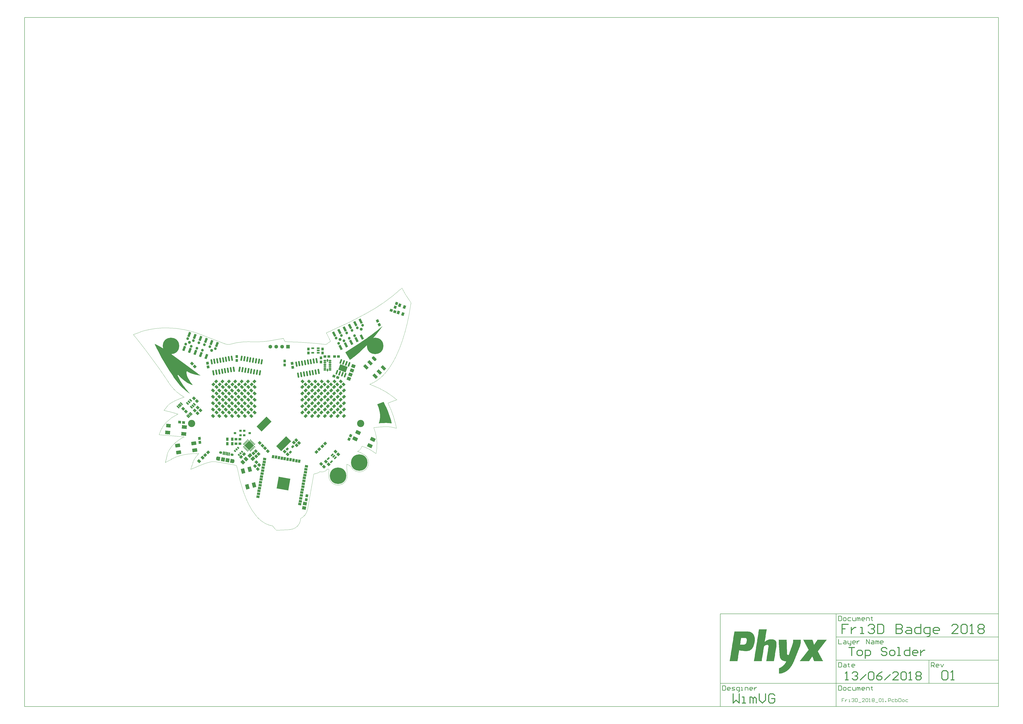
<source format=gts>
G04*
G04 #@! TF.GenerationSoftware,Altium Limited,Altium Designer,18.1.6 (161)*
G04*
G04 Layer_Color=8388736*
%FSLAX25Y25*%
%MOIN*%
G70*
G01*
G75*
%ADD11C,0.00984*%
%ADD13C,0.00787*%
%ADD15C,0.00394*%
%ADD17C,0.01575*%
G04:AMPARAMS|DCode=73|XSize=43.31mil|YSize=47.24mil|CornerRadius=0mil|HoleSize=0mil|Usage=FLASHONLY|Rotation=225.000|XOffset=0mil|YOffset=0mil|HoleType=Round|Shape=Rectangle|*
%AMROTATEDRECTD73*
4,1,4,-0.00139,0.03202,0.03202,-0.00139,0.00139,-0.03202,-0.03202,0.00139,-0.00139,0.03202,0.0*
%
%ADD73ROTATEDRECTD73*%

G04:AMPARAMS|DCode=74|XSize=43.31mil|YSize=47.24mil|CornerRadius=0mil|HoleSize=0mil|Usage=FLASHONLY|Rotation=188.000|XOffset=0mil|YOffset=0mil|HoleType=Round|Shape=Rectangle|*
%AMROTATEDRECTD74*
4,1,4,0.01816,0.02641,0.02473,-0.02038,-0.01816,-0.02641,-0.02473,0.02038,0.01816,0.02641,0.0*
%
%ADD74ROTATEDRECTD74*%

G04:AMPARAMS|DCode=75|XSize=43.31mil|YSize=47.24mil|CornerRadius=0mil|HoleSize=0mil|Usage=FLASHONLY|Rotation=155.000|XOffset=0mil|YOffset=0mil|HoleType=Round|Shape=Rectangle|*
%AMROTATEDRECTD75*
4,1,4,0.02961,0.01226,0.00964,-0.03056,-0.02961,-0.01226,-0.00964,0.03056,0.02961,0.01226,0.0*
%
%ADD75ROTATEDRECTD75*%

G04:AMPARAMS|DCode=76|XSize=43.31mil|YSize=47.24mil|CornerRadius=0mil|HoleSize=0mil|Usage=FLASHONLY|Rotation=265.000|XOffset=0mil|YOffset=0mil|HoleType=Round|Shape=Rectangle|*
%AMROTATEDRECTD76*
4,1,4,-0.02165,0.02363,0.02542,0.01951,0.02165,-0.02363,-0.02542,-0.01951,-0.02165,0.02363,0.0*
%
%ADD76ROTATEDRECTD76*%

G04:AMPARAMS|DCode=77|XSize=43.31mil|YSize=47.24mil|CornerRadius=0mil|HoleSize=0mil|Usage=FLASHONLY|Rotation=135.000|XOffset=0mil|YOffset=0mil|HoleType=Round|Shape=Rectangle|*
%AMROTATEDRECTD77*
4,1,4,0.03202,0.00139,-0.00139,-0.03202,-0.03202,-0.00139,0.00139,0.03202,0.03202,0.00139,0.0*
%
%ADD77ROTATEDRECTD77*%

G04:AMPARAMS|DCode=78|XSize=51.18mil|YSize=64.96mil|CornerRadius=0mil|HoleSize=0mil|Usage=FLASHONLY|Rotation=350.000|XOffset=0mil|YOffset=0mil|HoleType=Round|Shape=Rectangle|*
%AMROTATEDRECTD78*
4,1,4,-0.03084,-0.02754,-0.01956,0.03643,0.03084,0.02754,0.01956,-0.03643,-0.03084,-0.02754,0.0*
%
%ADD78ROTATEDRECTD78*%

G04:AMPARAMS|DCode=79|XSize=19.68mil|YSize=57.09mil|CornerRadius=0mil|HoleSize=0mil|Usage=FLASHONLY|Rotation=170.000|XOffset=0mil|YOffset=0mil|HoleType=Round|Shape=Rectangle|*
%AMROTATEDRECTD79*
4,1,4,0.01465,0.02640,0.00474,-0.02982,-0.01465,-0.02640,-0.00474,0.02982,0.01465,0.02640,0.0*
%
%ADD79ROTATEDRECTD79*%

G04:AMPARAMS|DCode=80|XSize=62.99mil|YSize=64.96mil|CornerRadius=0mil|HoleSize=0mil|Usage=FLASHONLY|Rotation=170.000|XOffset=0mil|YOffset=0mil|HoleType=Round|Shape=Rectangle|*
%AMROTATEDRECTD80*
4,1,4,0.03666,0.02652,0.02538,-0.03746,-0.03666,-0.02652,-0.02538,0.03746,0.03666,0.02652,0.0*
%
%ADD80ROTATEDRECTD80*%

G04:AMPARAMS|DCode=81|XSize=39.37mil|YSize=82.68mil|CornerRadius=0mil|HoleSize=0mil|Usage=FLASHONLY|Rotation=340.000|XOffset=0mil|YOffset=0mil|HoleType=Round|Shape=Rectangle|*
%AMROTATEDRECTD81*
4,1,4,-0.03264,-0.03211,-0.00436,0.04558,0.03264,0.03211,0.00436,-0.04558,-0.03264,-0.03211,0.0*
%
%ADD81ROTATEDRECTD81*%

G04:AMPARAMS|DCode=82|XSize=39.37mil|YSize=82.68mil|CornerRadius=0mil|HoleSize=0mil|Usage=FLASHONLY|Rotation=26.000|XOffset=0mil|YOffset=0mil|HoleType=Round|Shape=Rectangle|*
%AMROTATEDRECTD82*
4,1,4,0.00043,-0.04578,-0.03582,0.02853,-0.00043,0.04578,0.03582,-0.02853,0.00043,-0.04578,0.0*
%
%ADD82ROTATEDRECTD82*%

G04:AMPARAMS|DCode=83|XSize=43.31mil|YSize=47.24mil|CornerRadius=0mil|HoleSize=0mil|Usage=FLASHONLY|Rotation=26.000|XOffset=0mil|YOffset=0mil|HoleType=Round|Shape=Rectangle|*
%AMROTATEDRECTD83*
4,1,4,-0.00911,-0.03072,-0.02982,0.01174,0.00911,0.03072,0.02982,-0.01174,-0.00911,-0.03072,0.0*
%
%ADD83ROTATEDRECTD83*%

%ADD84R,0.04331X0.03740*%
%ADD85R,0.04331X0.03740*%
G04:AMPARAMS|DCode=86|XSize=37.4mil|YSize=43.31mil|CornerRadius=0mil|HoleSize=0mil|Usage=FLASHONLY|Rotation=315.000|XOffset=0mil|YOffset=0mil|HoleType=Round|Shape=Rectangle|*
%AMROTATEDRECTD86*
4,1,4,-0.02854,-0.00209,0.00209,0.02854,0.02854,0.00209,-0.00209,-0.02854,-0.02854,-0.00209,0.0*
%
%ADD86ROTATEDRECTD86*%

G04:AMPARAMS|DCode=87|XSize=37.4mil|YSize=43.31mil|CornerRadius=0mil|HoleSize=0mil|Usage=FLASHONLY|Rotation=315.000|XOffset=0mil|YOffset=0mil|HoleType=Round|Shape=Rectangle|*
%AMROTATEDRECTD87*
4,1,4,-0.02854,-0.00209,0.00209,0.02854,0.02854,0.00209,-0.00209,-0.02854,-0.02854,-0.00209,0.0*
%
%ADD87ROTATEDRECTD87*%

G04:AMPARAMS|DCode=88|XSize=25.59mil|YSize=35.43mil|CornerRadius=0mil|HoleSize=0mil|Usage=FLASHONLY|Rotation=225.000|XOffset=0mil|YOffset=0mil|HoleType=Round|Shape=Rectangle|*
%AMROTATEDRECTD88*
4,1,4,-0.00348,0.02158,0.02158,-0.00348,0.00348,-0.02158,-0.02158,0.00348,-0.00348,0.02158,0.0*
%
%ADD88ROTATEDRECTD88*%

%ADD89C,0.03543*%
G04:AMPARAMS|DCode=90|XSize=122.05mil|YSize=240.16mil|CornerRadius=0mil|HoleSize=0mil|Usage=FLASHONLY|Rotation=315.000|XOffset=0mil|YOffset=0mil|HoleType=Round|Shape=Rectangle|*
%AMROTATEDRECTD90*
4,1,4,-0.12806,-0.04176,0.04176,0.12806,0.12806,0.04176,-0.04176,-0.12806,-0.12806,-0.04176,0.0*
%
%ADD90ROTATEDRECTD90*%

G04:AMPARAMS|DCode=91|XSize=47.24mil|YSize=80.71mil|CornerRadius=12.8mil|HoleSize=0mil|Usage=FLASHONLY|Rotation=225.000|XOffset=0mil|YOffset=0mil|HoleType=Round|Shape=RoundedRectangle|*
%AMROUNDEDRECTD91*
21,1,0.04724,0.05512,0,0,225.0*
21,1,0.02165,0.08071,0,0,225.0*
1,1,0.02559,-0.02714,0.01183*
1,1,0.02559,-0.01183,0.02714*
1,1,0.02559,0.02714,-0.01183*
1,1,0.02559,0.01183,-0.02714*
%
%ADD91ROUNDEDRECTD91*%
G04:AMPARAMS|DCode=92|XSize=47.24mil|YSize=80.71mil|CornerRadius=0mil|HoleSize=0mil|Usage=FLASHONLY|Rotation=45.000|XOffset=0mil|YOffset=0mil|HoleType=Round|Shape=Rectangle|*
%AMROTATEDRECTD92*
4,1,4,0.01183,-0.04524,-0.04524,0.01183,-0.01183,0.04524,0.04524,-0.01183,0.01183,-0.04524,0.0*
%
%ADD92ROTATEDRECTD92*%

G04:AMPARAMS|DCode=93|XSize=74.8mil|YSize=59.06mil|CornerRadius=0mil|HoleSize=0mil|Usage=FLASHONLY|Rotation=355.000|XOffset=0mil|YOffset=0mil|HoleType=Round|Shape=Rectangle|*
%AMROTATEDRECTD93*
4,1,4,-0.03983,-0.02616,-0.03469,0.03267,0.03983,0.02616,0.03469,-0.03267,-0.03983,-0.02616,0.0*
%
%ADD93ROTATEDRECTD93*%

G04:AMPARAMS|DCode=94|XSize=82.68mil|YSize=59.06mil|CornerRadius=0mil|HoleSize=0mil|Usage=FLASHONLY|Rotation=355.000|XOffset=0mil|YOffset=0mil|HoleType=Round|Shape=Rectangle|*
%AMROTATEDRECTD94*
4,1,4,-0.04376,-0.02581,-0.03861,0.03302,0.04376,0.02581,0.03861,-0.03302,-0.04376,-0.02581,0.0*
%
%ADD94ROTATEDRECTD94*%

G04:AMPARAMS|DCode=95|XSize=82.68mil|YSize=59.06mil|CornerRadius=0mil|HoleSize=0mil|Usage=FLASHONLY|Rotation=8.000|XOffset=0mil|YOffset=0mil|HoleType=Round|Shape=Rectangle|*
%AMROTATEDRECTD95*
4,1,4,-0.03683,-0.03499,-0.04505,0.02349,0.03683,0.03499,0.04505,-0.02349,-0.03683,-0.03499,0.0*
%
%ADD95ROTATEDRECTD95*%

G04:AMPARAMS|DCode=96|XSize=82.68mil|YSize=59.06mil|CornerRadius=0mil|HoleSize=0mil|Usage=FLASHONLY|Rotation=285.000|XOffset=0mil|YOffset=0mil|HoleType=Round|Shape=Rectangle|*
%AMROTATEDRECTD96*
4,1,4,-0.03922,0.03229,0.01782,0.04757,0.03922,-0.03229,-0.01782,-0.04757,-0.03922,0.03229,0.0*
%
%ADD96ROTATEDRECTD96*%

G04:AMPARAMS|DCode=97|XSize=27.56mil|YSize=49.21mil|CornerRadius=0mil|HoleSize=0mil|Usage=FLASHONLY|Rotation=315.000|XOffset=0mil|YOffset=0mil|HoleType=Round|Shape=Rectangle|*
%AMROTATEDRECTD97*
4,1,4,-0.02714,-0.00766,0.00766,0.02714,0.02714,0.00766,-0.00766,-0.02714,-0.02714,-0.00766,0.0*
%
%ADD97ROTATEDRECTD97*%

%ADD98R,0.04921X0.02756*%
G04:AMPARAMS|DCode=99|XSize=27.56mil|YSize=49.21mil|CornerRadius=0mil|HoleSize=0mil|Usage=FLASHONLY|Rotation=45.000|XOffset=0mil|YOffset=0mil|HoleType=Round|Shape=Rectangle|*
%AMROTATEDRECTD99*
4,1,4,0.00766,-0.02714,-0.02714,0.00766,-0.00766,0.02714,0.02714,-0.00766,0.00766,-0.02714,0.0*
%
%ADD99ROTATEDRECTD99*%

G04:AMPARAMS|DCode=100|XSize=21.65mil|YSize=59.06mil|CornerRadius=0mil|HoleSize=0mil|Usage=FLASHONLY|Rotation=225.000|XOffset=0mil|YOffset=0mil|HoleType=Round|Shape=Round|*
%AMOVALD100*
21,1,0.03740,0.02165,0.00000,0.00000,315.0*
1,1,0.02165,-0.01322,0.01322*
1,1,0.02165,0.01322,-0.01322*
%
%ADD100OVALD100*%

G04:AMPARAMS|DCode=101|XSize=98.82mil|YSize=133.86mil|CornerRadius=0mil|HoleSize=0mil|Usage=FLASHONLY|Rotation=70.000|XOffset=0mil|YOffset=0mil|HoleType=Round|Shape=Rectangle|*
%AMROTATEDRECTD101*
4,1,4,0.04599,-0.06932,-0.07979,-0.02354,-0.04599,0.06932,0.07979,0.02354,0.04599,-0.06932,0.0*
%
%ADD101ROTATEDRECTD101*%

G04:AMPARAMS|DCode=102|XSize=27.56mil|YSize=82.68mil|CornerRadius=0mil|HoleSize=0mil|Usage=FLASHONLY|Rotation=160.000|XOffset=0mil|YOffset=0mil|HoleType=Round|Shape=Round|*
%AMOVALD102*
21,1,0.05512,0.02756,0.00000,0.00000,250.0*
1,1,0.02756,0.00943,0.02590*
1,1,0.02756,-0.00943,-0.02590*
%
%ADD102OVALD102*%

G04:AMPARAMS|DCode=103|XSize=27.56mil|YSize=90.55mil|CornerRadius=0mil|HoleSize=0mil|Usage=FLASHONLY|Rotation=190.000|XOffset=0mil|YOffset=0mil|HoleType=Round|Shape=Round|*
%AMOVALD103*
21,1,0.06299,0.02756,0.00000,0.00000,280.0*
1,1,0.02756,-0.00547,0.03102*
1,1,0.02756,0.00547,-0.03102*
%
%ADD103OVALD103*%

G04:AMPARAMS|DCode=104|XSize=27.56mil|YSize=90.55mil|CornerRadius=0mil|HoleSize=0mil|Usage=FLASHONLY|Rotation=170.000|XOffset=0mil|YOffset=0mil|HoleType=Round|Shape=Round|*
%AMOVALD104*
21,1,0.06299,0.02756,0.00000,0.00000,260.0*
1,1,0.02756,0.00547,0.03102*
1,1,0.02756,-0.00547,-0.03102*
%
%ADD104OVALD104*%

%ADD105O,0.02559X0.04902*%
%ADD106O,0.04902X0.02559*%
G04:AMPARAMS|DCode=107|XSize=82.68mil|YSize=59.06mil|CornerRadius=0mil|HoleSize=0mil|Usage=FLASHONLY|Rotation=155.000|XOffset=0mil|YOffset=0mil|HoleType=Round|Shape=Rectangle|*
%AMROTATEDRECTD107*
4,1,4,0.04994,0.00929,0.02499,-0.04423,-0.04994,-0.00929,-0.02499,0.04423,0.04994,0.00929,0.0*
%
%ADD107ROTATEDRECTD107*%

G04:AMPARAMS|DCode=108|XSize=51.18mil|YSize=39.37mil|CornerRadius=0mil|HoleSize=0mil|Usage=FLASHONLY|Rotation=170.000|XOffset=0mil|YOffset=0mil|HoleType=Round|Shape=Rectangle|*
%AMROTATEDRECTD108*
4,1,4,0.02862,0.01494,0.02178,-0.02383,-0.02862,-0.01494,-0.02178,0.02383,0.02862,0.01494,0.0*
%
%ADD108ROTATEDRECTD108*%

G04:AMPARAMS|DCode=109|XSize=39.37mil|YSize=51.18mil|CornerRadius=0mil|HoleSize=0mil|Usage=FLASHONLY|Rotation=170.000|XOffset=0mil|YOffset=0mil|HoleType=Round|Shape=Rectangle|*
%AMROTATEDRECTD109*
4,1,4,0.02383,0.02178,0.01494,-0.02862,-0.02383,-0.02178,-0.01494,0.02862,0.02383,0.02178,0.0*
%
%ADD109ROTATEDRECTD109*%

%ADD110P,0.28396X4X215.0*%
G04:AMPARAMS|DCode=111|XSize=13.78mil|YSize=33.47mil|CornerRadius=0mil|HoleSize=0mil|Usage=FLASHONLY|Rotation=135.000|XOffset=0mil|YOffset=0mil|HoleType=Round|Shape=Round|*
%AMOVALD111*
21,1,0.01968,0.01378,0.00000,0.00000,225.0*
1,1,0.01378,0.00696,0.00696*
1,1,0.01378,-0.00696,-0.00696*
%
%ADD111OVALD111*%

G04:AMPARAMS|DCode=112|XSize=13.78mil|YSize=33.47mil|CornerRadius=0mil|HoleSize=0mil|Usage=FLASHONLY|Rotation=45.000|XOffset=0mil|YOffset=0mil|HoleType=Round|Shape=Round|*
%AMOVALD112*
21,1,0.01968,0.01378,0.00000,0.00000,135.0*
1,1,0.01378,0.00696,-0.00696*
1,1,0.01378,-0.00696,0.00696*
%
%ADD112OVALD112*%

%ADD113P,0.16147X4X90.0*%
G04:AMPARAMS|DCode=114|XSize=55.12mil|YSize=43.31mil|CornerRadius=0mil|HoleSize=0mil|Usage=FLASHONLY|Rotation=135.000|XOffset=0mil|YOffset=0mil|HoleType=Round|Shape=Rectangle|*
%AMROTATEDRECTD114*
4,1,4,0.03480,-0.00418,0.00418,-0.03480,-0.03480,0.00418,-0.00418,0.03480,0.03480,-0.00418,0.0*
%
%ADD114ROTATEDRECTD114*%

G04:AMPARAMS|DCode=115|XSize=55.12mil|YSize=43.31mil|CornerRadius=0mil|HoleSize=0mil|Usage=FLASHONLY|Rotation=225.000|XOffset=0mil|YOffset=0mil|HoleType=Round|Shape=Rectangle|*
%AMROTATEDRECTD115*
4,1,4,0.00418,0.03480,0.03480,0.00418,-0.00418,-0.03480,-0.03480,-0.00418,0.00418,0.03480,0.0*
%
%ADD115ROTATEDRECTD115*%

%ADD116R,0.04331X0.05512*%
G04:AMPARAMS|DCode=117|XSize=55.12mil|YSize=43.31mil|CornerRadius=0mil|HoleSize=0mil|Usage=FLASHONLY|Rotation=250.000|XOffset=0mil|YOffset=0mil|HoleType=Round|Shape=Rectangle|*
%AMROTATEDRECTD117*
4,1,4,-0.01092,0.03330,0.02977,0.01849,0.01092,-0.03330,-0.02977,-0.01849,-0.01092,0.03330,0.0*
%
%ADD117ROTATEDRECTD117*%

%ADD118R,0.04331X0.04724*%
G04:AMPARAMS|DCode=119|XSize=43.31mil|YSize=47.24mil|CornerRadius=0mil|HoleSize=0mil|Usage=FLASHONLY|Rotation=170.000|XOffset=0mil|YOffset=0mil|HoleType=Round|Shape=Rectangle|*
%AMROTATEDRECTD119*
4,1,4,0.02543,0.01950,0.01722,-0.02702,-0.02543,-0.01950,-0.01722,0.02702,0.02543,0.01950,0.0*
%
%ADD119ROTATEDRECTD119*%

G04:AMPARAMS|DCode=120|XSize=43.31mil|YSize=47.24mil|CornerRadius=0mil|HoleSize=0mil|Usage=FLASHONLY|Rotation=10.000|XOffset=0mil|YOffset=0mil|HoleType=Round|Shape=Rectangle|*
%AMROTATEDRECTD120*
4,1,4,-0.01722,-0.02702,-0.02543,0.01950,0.01722,0.02702,0.02543,-0.01950,-0.01722,-0.02702,0.0*
%
%ADD120ROTATEDRECTD120*%

%ADD121R,0.04724X0.04331*%
G04:AMPARAMS|DCode=122|XSize=43.31mil|YSize=47.24mil|CornerRadius=0mil|HoleSize=0mil|Usage=FLASHONLY|Rotation=250.000|XOffset=0mil|YOffset=0mil|HoleType=Round|Shape=Rectangle|*
%AMROTATEDRECTD122*
4,1,4,-0.01479,0.02843,0.02960,0.01227,0.01479,-0.02843,-0.02960,-0.01227,-0.01479,0.02843,0.0*
%
%ADD122ROTATEDRECTD122*%

G04:AMPARAMS|DCode=123|XSize=62.99mil|YSize=55.12mil|CornerRadius=0mil|HoleSize=0mil|Usage=FLASHONLY|Rotation=135.000|XOffset=0mil|YOffset=0mil|HoleType=Round|Shape=Rectangle|*
%AMROTATEDRECTD123*
4,1,4,0.04176,-0.00278,0.00278,-0.04176,-0.04176,0.00278,-0.00278,0.04176,0.04176,-0.00278,0.0*
%
%ADD123ROTATEDRECTD123*%

G04:AMPARAMS|DCode=124|XSize=62.99mil|YSize=55.12mil|CornerRadius=0mil|HoleSize=0mil|Usage=FLASHONLY|Rotation=225.000|XOffset=0mil|YOffset=0mil|HoleType=Round|Shape=Rectangle|*
%AMROTATEDRECTD124*
4,1,4,0.00278,0.04176,0.04176,0.00278,-0.00278,-0.04176,-0.04176,-0.00278,0.00278,0.04176,0.0*
%
%ADD124ROTATEDRECTD124*%

G04:AMPARAMS|DCode=125|XSize=62.99mil|YSize=55.12mil|CornerRadius=0mil|HoleSize=0mil|Usage=FLASHONLY|Rotation=350.000|XOffset=0mil|YOffset=0mil|HoleType=Round|Shape=Rectangle|*
%AMROTATEDRECTD125*
4,1,4,-0.03580,-0.02167,-0.02623,0.03261,0.03580,0.02167,0.02623,-0.03261,-0.03580,-0.02167,0.0*
%
%ADD125ROTATEDRECTD125*%

G04:AMPARAMS|DCode=126|XSize=62.99mil|YSize=55.12mil|CornerRadius=0mil|HoleSize=0mil|Usage=FLASHONLY|Rotation=160.000|XOffset=0mil|YOffset=0mil|HoleType=Round|Shape=Rectangle|*
%AMROTATEDRECTD126*
4,1,4,0.03902,0.01513,0.02017,-0.03667,-0.03902,-0.01513,-0.02017,0.03667,0.03902,0.01513,0.0*
%
%ADD126ROTATEDRECTD126*%

G04:AMPARAMS|DCode=127|XSize=43.31mil|YSize=47.24mil|CornerRadius=0mil|HoleSize=0mil|Usage=FLASHONLY|Rotation=340.000|XOffset=0mil|YOffset=0mil|HoleType=Round|Shape=Rectangle|*
%AMROTATEDRECTD127*
4,1,4,-0.02843,-0.01479,-0.01227,0.02960,0.02843,0.01479,0.01227,-0.02960,-0.02843,-0.01479,0.0*
%
%ADD127ROTATEDRECTD127*%

G04:AMPARAMS|DCode=128|XSize=64.96mil|YSize=39.37mil|CornerRadius=0mil|HoleSize=0mil|Usage=FLASHONLY|Rotation=80.000|XOffset=0mil|YOffset=0mil|HoleType=Round|Shape=Round|*
%AMOVALD128*
21,1,0.02559,0.03937,0.00000,0.00000,80.0*
1,1,0.03937,-0.00222,-0.01260*
1,1,0.03937,0.00222,0.01260*
%
%ADD128OVALD128*%

G04:AMPARAMS|DCode=129|XSize=53.15mil|YSize=41.34mil|CornerRadius=0mil|HoleSize=0mil|Usage=FLASHONLY|Rotation=170.000|XOffset=0mil|YOffset=0mil|HoleType=Round|Shape=Round|*
%AMOVALD129*
21,1,0.01181,0.04134,0.00000,0.00000,170.0*
1,1,0.04134,0.00582,-0.00103*
1,1,0.04134,-0.00582,0.00103*
%
%ADD129OVALD129*%

%ADD130C,0.04724*%
%ADD131C,0.05118*%
%ADD132C,0.27953*%
%ADD133C,0.12205*%
%ADD134C,0.00394*%
%ADD135C,0.06299*%
%ADD136R,0.06299X0.06299*%
G36*
X183602Y345210D02*
X178870Y338782D01*
X173960Y332488D01*
X168876Y326334D01*
X163623Y320324D01*
X158203Y314463D01*
X152623Y308756D01*
X149755Y305981D01*
X149754Y305981D01*
X149753Y305979D01*
X149751Y305978D01*
X147964Y304235D01*
X144279Y300865D01*
X140487Y297614D01*
X136593Y294487D01*
X134597Y292987D01*
X134591Y292982D01*
X134585Y292978D01*
X133828Y292387D01*
X132271Y291262D01*
X130673Y290195D01*
X129037Y289189D01*
X128873Y289096D01*
X121336Y301788D01*
X125410Y304333D01*
X125413Y304335D01*
X125417Y304338D01*
X134811Y310340D01*
X134816Y310343D01*
X134820Y310346D01*
X144132Y316475D01*
X144136Y316478D01*
X144141Y316481D01*
X153368Y322736D01*
X153372Y322739D01*
X153375Y322741D01*
X157957Y325916D01*
X157959Y325918D01*
X157962Y325919D01*
X160498Y327707D01*
X160502Y327710D01*
X160507Y327713D01*
X165529Y331356D01*
X165535Y331361D01*
X165541Y331365D01*
X170497Y335098D01*
X170503Y335103D01*
X170508Y335107D01*
X175396Y338929D01*
X175400Y338932D01*
X175405Y338935D01*
X177823Y340880D01*
X177823Y340880D01*
X179676Y342369D01*
X179688Y342379D01*
X179700Y342389D01*
X183288Y345509D01*
X183303Y345523D01*
X183318Y345536D01*
X184863Y347026D01*
X183602Y345210D01*
D02*
G37*
G36*
X-202012Y316196D02*
X-197821Y314135D01*
X-193697Y311942D01*
X-189646Y309618D01*
X-185670Y307166D01*
X-181775Y304588D01*
X-177964Y301887D01*
X-174241Y299067D01*
X-172426Y297598D01*
X-172410Y297586D01*
X-172394Y297573D01*
X-150239Y281426D01*
X-131452Y267568D01*
X-130277Y266672D01*
X-130270Y266667D01*
X-130263Y266662D01*
X-127864Y264914D01*
X-127854Y264908D01*
X-127845Y264901D01*
X-125395Y263224D01*
X-125385Y263218D01*
X-125376Y263211D01*
X-124300Y262520D01*
X-128709Y263101D01*
X-133686Y264116D01*
X-138580Y265477D01*
X-140965Y266323D01*
X-141757Y266623D01*
X-143313Y267325D01*
X-144824Y268123D01*
X-146282Y269012D01*
X-146982Y269501D01*
X-146988Y269506D01*
X-146995Y269511D01*
X-147020Y269525D01*
X-147044Y269541D01*
X-147046Y269542D01*
X-147047Y269543D01*
X-147054Y269546D01*
X-147061Y269550D01*
X-147087Y269563D01*
X-147113Y269576D01*
X-147115Y269576D01*
X-147116Y269577D01*
X-147124Y269580D01*
X-147131Y269584D01*
X-147158Y269593D01*
X-147185Y269603D01*
X-147187Y269604D01*
X-147188Y269605D01*
X-147196Y269607D01*
X-147204Y269610D01*
X-147232Y269617D01*
X-147259Y269624D01*
X-147261Y269625D01*
X-147263Y269625D01*
X-147271Y269626D01*
X-147279Y269629D01*
X-147308Y269633D01*
X-147336Y269638D01*
X-147338Y269638D01*
X-147339Y269638D01*
X-147347Y269639D01*
X-147356Y269640D01*
X-147384Y269641D01*
X-147413Y269643D01*
X-147415Y269643D01*
X-147417Y269643D01*
X-147425Y269643D01*
X-147433Y269644D01*
X-147461Y269642D01*
X-147490Y269642D01*
X-147492Y269641D01*
X-147494Y269641D01*
X-147502Y269640D01*
X-147510Y269640D01*
X-147539Y269636D01*
X-147567Y269632D01*
X-147569Y269632D01*
X-147571Y269632D01*
X-147579Y269630D01*
X-147587Y269629D01*
X-147615Y269621D01*
X-147642Y269615D01*
X-147644Y269615D01*
X-147646Y269614D01*
X-147654Y269612D01*
X-147662Y269610D01*
X-147689Y269600D01*
X-147716Y269591D01*
X-147718Y269590D01*
X-147720Y269590D01*
X-147727Y269586D01*
X-147735Y269584D01*
X-147760Y269571D01*
X-147787Y269560D01*
X-147788Y269559D01*
X-147790Y269558D01*
X-147797Y269554D01*
X-147805Y269550D01*
X-147829Y269536D01*
X-147854Y269522D01*
X-147856Y269521D01*
X-147857Y269520D01*
X-147864Y269515D01*
X-147871Y269511D01*
X-147894Y269494D01*
X-147917Y269477D01*
X-147919Y269476D01*
X-147920Y269475D01*
X-147926Y269470D01*
X-147933Y269465D01*
X-147954Y269446D01*
X-147976Y269427D01*
X-147977Y269425D01*
X-147979Y269424D01*
X-147984Y269418D01*
X-147990Y269413D01*
X-148010Y269392D01*
X-148029Y269371D01*
X-148031Y269369D01*
X-148032Y269368D01*
X-148037Y269361D01*
X-148042Y269355D01*
X-148059Y269333D01*
X-148077Y269310D01*
X-148078Y269308D01*
X-148079Y269307D01*
X-148083Y269300D01*
X-148089Y269293D01*
X-148103Y269269D01*
X-148118Y269245D01*
X-148119Y269243D01*
X-148120Y269241D01*
X-148124Y269234D01*
X-148128Y269227D01*
X-148140Y269201D01*
X-148153Y269176D01*
X-148154Y269174D01*
X-148155Y269172D01*
X-148158Y269164D01*
X-148161Y269157D01*
X-148171Y269130D01*
X-148181Y269104D01*
X-148182Y269102D01*
X-148182Y269100D01*
X-148185Y269092D01*
X-148187Y269084D01*
X-148194Y269056D01*
X-148202Y269029D01*
X-148202Y269027D01*
X-148203Y269025D01*
X-148204Y269017D01*
X-148206Y269009D01*
X-148210Y268981D01*
X-148215Y268953D01*
X-148215Y268951D01*
X-148216Y268949D01*
X-148216Y268941D01*
X-148217Y268933D01*
X-148219Y268904D01*
X-148221Y268876D01*
X-148241Y268099D01*
X-148240Y268075D01*
X-148241Y268051D01*
X-148187Y266499D01*
X-148184Y266467D01*
X-148182Y266435D01*
X-148003Y264892D01*
X-147998Y264861D01*
X-147993Y264829D01*
X-147691Y263306D01*
X-147683Y263275D01*
X-147676Y263244D01*
X-147252Y261750D01*
X-147241Y261719D01*
X-147232Y261689D01*
X-146688Y260234D01*
X-146676Y260205D01*
X-146664Y260175D01*
X-146005Y258768D01*
X-145990Y258740D01*
X-145976Y258712D01*
X-145205Y257363D01*
X-145193Y257343D01*
X-145181Y257322D01*
X-144768Y256691D01*
X-144355Y255974D01*
X-144351Y255968D01*
X-144347Y255961D01*
X-143471Y254506D01*
X-143465Y254497D01*
X-143460Y254489D01*
X-142547Y253057D01*
X-142541Y253048D01*
X-142536Y253040D01*
X-141586Y251631D01*
X-141581Y251625D01*
X-141577Y251619D01*
X-141089Y250924D01*
X-141087Y250922D01*
X-141086Y250920D01*
X-140548Y250166D01*
X-140544Y250161D01*
X-140540Y250155D01*
X-139439Y248666D01*
X-139433Y248659D01*
X-139428Y248652D01*
X-138294Y247188D01*
X-138288Y247181D01*
X-138282Y247174D01*
X-137643Y246387D01*
X-138545Y246538D01*
X-139560Y246815D01*
X-140051Y247003D01*
X-140067Y247008D01*
X-140083Y247015D01*
X-140769Y247244D01*
X-142117Y247772D01*
X-143436Y248366D01*
X-144725Y249026D01*
X-145352Y249387D01*
X-145352Y249388D01*
X-145352Y249388D01*
X-146320Y249944D01*
X-148207Y251138D01*
X-150042Y252410D01*
X-151822Y253758D01*
X-152682Y254469D01*
X-152683Y254470D01*
X-152683Y254470D01*
X-153920Y255490D01*
X-156323Y257613D01*
X-158652Y259817D01*
X-160904Y262100D01*
X-161990Y263279D01*
X-162014Y263302D01*
X-162038Y263327D01*
X-162042Y263330D01*
X-162045Y263333D01*
X-162071Y263354D01*
X-162098Y263376D01*
X-162101Y263379D01*
X-162105Y263382D01*
X-162134Y263401D01*
X-162162Y263419D01*
X-162166Y263422D01*
X-162170Y263424D01*
X-162200Y263440D01*
X-162230Y263456D01*
X-162234Y263458D01*
X-162239Y263460D01*
X-162270Y263473D01*
X-162301Y263486D01*
X-162306Y263487D01*
X-162310Y263489D01*
X-162343Y263499D01*
X-162375Y263509D01*
X-162380Y263510D01*
X-162384Y263511D01*
X-162418Y263517D01*
X-162451Y263524D01*
X-162456Y263525D01*
X-162460Y263526D01*
X-162494Y263529D01*
X-162528Y263532D01*
X-162532Y263532D01*
X-162538Y263533D01*
X-162572Y263532D01*
X-162605Y263532D01*
X-162610Y263532D01*
X-162615Y263532D01*
X-162648Y263528D01*
X-162682Y263525D01*
X-162687Y263524D01*
X-162692Y263524D01*
X-162725Y263517D01*
X-162758Y263510D01*
X-162763Y263509D01*
X-162768Y263508D01*
X-162800Y263498D01*
X-162832Y263488D01*
X-162837Y263487D01*
X-162841Y263485D01*
X-162873Y263472D01*
X-162904Y263459D01*
X-162908Y263457D01*
X-162913Y263455D01*
X-162943Y263439D01*
X-162972Y263423D01*
X-162976Y263420D01*
X-162981Y263418D01*
X-163009Y263399D01*
X-163037Y263380D01*
X-163040Y263377D01*
X-163045Y263374D01*
X-163071Y263352D01*
X-163097Y263332D01*
X-163100Y263328D01*
X-163104Y263325D01*
X-163128Y263301D01*
X-163152Y263277D01*
X-163155Y263273D01*
X-163158Y263270D01*
X-163180Y263243D01*
X-163201Y263217D01*
X-163204Y263213D01*
X-163207Y263210D01*
X-163226Y263181D01*
X-163244Y263153D01*
X-163247Y263149D01*
X-163249Y263145D01*
X-163265Y263115D01*
X-163281Y263085D01*
X-163283Y263081D01*
X-163285Y263076D01*
X-163298Y263045D01*
X-163311Y263014D01*
X-163312Y263009D01*
X-163314Y263005D01*
X-163324Y262972D01*
X-163334Y262940D01*
X-163335Y262935D01*
X-163336Y262930D01*
X-163342Y262897D01*
X-163349Y262864D01*
X-163350Y262859D01*
X-163351Y262854D01*
X-163354Y262821D01*
X-163357Y262787D01*
X-163357Y262782D01*
X-163358Y262777D01*
X-163357Y262743D01*
X-163357Y262710D01*
X-163357Y262705D01*
X-163357Y262700D01*
X-163354Y262667D01*
X-163350Y262633D01*
X-163349Y262628D01*
X-163349Y262623D01*
X-163342Y262590D01*
X-163336Y262557D01*
X-163334Y262552D01*
X-163333Y262547D01*
X-163323Y262515D01*
X-163313Y262483D01*
X-163312Y262478D01*
X-163310Y262473D01*
X-163297Y262442D01*
X-163284Y262411D01*
X-162114Y259907D01*
X-162106Y259892D01*
X-162099Y259877D01*
X-159544Y254976D01*
X-159532Y254956D01*
X-159521Y254936D01*
X-156687Y250191D01*
X-156674Y250172D01*
X-156662Y250152D01*
X-153558Y245580D01*
X-153548Y245566D01*
X-153538Y245552D01*
X-151888Y243335D01*
X-151888Y243335D01*
X-151128Y242312D01*
X-151125Y242309D01*
X-151123Y242305D01*
X-149582Y240275D01*
X-149578Y240271D01*
X-149575Y240267D01*
X-148006Y238258D01*
X-148003Y238254D01*
X-148000Y238249D01*
X-146405Y236261D01*
X-146402Y236258D01*
X-146400Y236255D01*
X-145592Y235269D01*
X-145592Y235268D01*
X-145592Y235268D01*
X-145591Y235267D01*
X-145590Y235267D01*
X-144775Y234278D01*
X-144772Y234275D01*
X-144770Y234272D01*
X-143119Y232313D01*
X-143115Y232309D01*
X-143111Y232304D01*
X-142450Y231542D01*
X-145393Y233509D01*
X-150120Y237123D01*
X-154608Y241031D01*
X-158838Y245216D01*
X-162794Y249661D01*
X-166460Y254349D01*
X-169820Y259260D01*
X-171341Y261817D01*
X-171347Y261825D01*
X-171352Y261834D01*
X-171358Y261843D01*
X-171363Y261852D01*
X-171368Y261858D01*
X-171372Y261865D01*
X-173382Y264750D01*
X-177283Y270602D01*
X-181061Y276534D01*
X-184715Y282544D01*
X-186479Y285585D01*
X-186480Y285587D01*
X-186481Y285588D01*
X-187968Y288132D01*
X-190862Y293267D01*
X-193675Y298446D01*
X-196408Y303669D01*
X-197734Y306301D01*
X-197737Y306307D01*
X-197740Y306313D01*
X-198496Y307751D01*
X-199921Y310672D01*
X-201257Y313635D01*
X-202389Y316366D01*
X-202012Y316196D01*
D02*
G37*
G36*
X189315Y211579D02*
X189317Y211575D01*
X189318Y211572D01*
X190856Y208423D01*
X193647Y201994D01*
X196148Y195447D01*
X198354Y188795D01*
X199306Y185424D01*
X199480Y184801D01*
X199804Y183546D01*
X200103Y182285D01*
X200314Y181309D01*
X199090Y181487D01*
X199062Y181490D01*
X199035Y181494D01*
X194705Y181919D01*
X194669Y181921D01*
X194632Y181924D01*
X190285Y182077D01*
X190248Y182077D01*
X190210Y182077D01*
X185862Y181958D01*
X185835Y181956D01*
X185807Y181955D01*
X183845Y181809D01*
X183830Y181814D01*
X183815Y181819D01*
X183786Y181828D01*
X183757Y181836D01*
X183741Y181840D01*
X183725Y181845D01*
X183696Y181851D01*
X183667Y181857D01*
X183651Y181860D01*
X183634Y181863D01*
X183605Y181866D01*
X183575Y181871D01*
X183559Y181872D01*
X183542Y181874D01*
X183512Y181875D01*
X183483Y181877D01*
X183466Y181877D01*
X183449Y181878D01*
X183420Y181876D01*
X183390Y181876D01*
X183373Y181875D01*
X183357Y181874D01*
X178005Y181456D01*
X178166Y181836D01*
X178166Y181837D01*
X178167Y181838D01*
X178183Y181881D01*
X178199Y181923D01*
X178199Y181924D01*
X178199Y181925D01*
X179241Y185065D01*
X179246Y185081D01*
X179251Y185097D01*
X179259Y185126D01*
X179267Y185154D01*
X179270Y185171D01*
X179275Y185187D01*
X179976Y188420D01*
X179979Y188437D01*
X179982Y188453D01*
X179987Y188482D01*
X179992Y188512D01*
X179994Y188528D01*
X179996Y188545D01*
X180349Y191835D01*
X180349Y191836D01*
X180349Y191837D01*
X180352Y191881D01*
X180355Y191927D01*
X180355Y191928D01*
X180355Y191929D01*
X180399Y193584D01*
X180399Y193605D01*
X180400Y193627D01*
X180393Y194256D01*
X180392Y194274D01*
X180392Y194292D01*
X180341Y195550D01*
X180339Y195574D01*
X180338Y195598D01*
X180236Y196852D01*
X180233Y196876D01*
X180231Y196900D01*
X180078Y198150D01*
X180075Y198167D01*
X180073Y198185D01*
X179978Y198807D01*
X179978Y198808D01*
X179977Y198810D01*
X179977Y198812D01*
X179977Y198814D01*
X179976Y198817D01*
X179976Y198817D01*
X179976Y198818D01*
X179976Y198819D01*
X179976Y198819D01*
X179976Y198822D01*
X179664Y200804D01*
X179657Y200837D01*
X179651Y200870D01*
X178803Y204792D01*
X178791Y204837D01*
X178781Y204879D01*
X178780Y204882D01*
X178780Y204882D01*
X178780Y204882D01*
X177639Y208722D01*
X177639Y208722D01*
X177639Y208722D01*
X177638Y208725D01*
X177624Y208768D01*
X177609Y208810D01*
X177608Y208813D01*
X177608Y208813D01*
X177608Y208813D01*
X176179Y212559D01*
X176166Y212590D01*
X176153Y212621D01*
X175666Y213708D01*
X186299Y217863D01*
X189315Y211579D01*
D02*
G37*
G36*
X938794Y-186079D02*
X938507D01*
Y-186365D01*
X938221D01*
Y-186652D01*
Y-186938D01*
X937935D01*
Y-187224D01*
X937649D01*
Y-187511D01*
X937362D01*
Y-187797D01*
Y-188083D01*
X937076D01*
Y-188370D01*
X936790D01*
Y-188656D01*
X936503D01*
Y-188942D01*
X936217D01*
Y-189229D01*
Y-189515D01*
X935931D01*
Y-189801D01*
X935644D01*
Y-190088D01*
X935358D01*
Y-190374D01*
Y-190660D01*
X935072D01*
Y-190946D01*
X934785D01*
Y-191233D01*
X934499D01*
Y-191519D01*
X934213D01*
Y-191806D01*
Y-192092D01*
X933926D01*
Y-192378D01*
X933640D01*
Y-192664D01*
X933354D01*
Y-192951D01*
Y-193237D01*
X933068D01*
Y-193523D01*
X932781D01*
Y-193810D01*
X932495D01*
Y-194096D01*
Y-194382D01*
X932209D01*
Y-194669D01*
X931922D01*
Y-194955D01*
X931636D01*
Y-195241D01*
X931350D01*
Y-195528D01*
Y-195814D01*
X931063D01*
Y-196100D01*
X930777D01*
Y-196387D01*
X930491D01*
Y-196673D01*
Y-196959D01*
X930204D01*
Y-197245D01*
X929918D01*
Y-197532D01*
X929632D01*
Y-197818D01*
Y-198104D01*
X929346D01*
Y-198391D01*
X929059D01*
Y-198677D01*
X928773D01*
Y-198963D01*
X928487D01*
Y-199250D01*
Y-199536D01*
X928200D01*
Y-199822D01*
X927914D01*
Y-200109D01*
X927628D01*
Y-200395D01*
Y-200681D01*
X927341D01*
Y-200968D01*
X927055D01*
Y-201254D01*
X926769D01*
Y-201540D01*
Y-201826D01*
X926482D01*
Y-202113D01*
X926196D01*
Y-202399D01*
X925910D01*
Y-202685D01*
X925623D01*
Y-202972D01*
Y-203258D01*
X925337D01*
Y-203544D01*
X925051D01*
Y-203831D01*
X924765D01*
Y-204117D01*
Y-204403D01*
X924478D01*
Y-204690D01*
X924192D01*
Y-204976D01*
X923906D01*
Y-205262D01*
X923619D01*
Y-205549D01*
Y-205835D01*
X923906D01*
Y-206121D01*
Y-206407D01*
X924192D01*
Y-206694D01*
Y-206980D01*
X924478D01*
Y-207266D01*
X924765D01*
Y-207553D01*
Y-207839D01*
X925051D01*
Y-208125D01*
Y-208412D01*
X925337D01*
Y-208698D01*
Y-208984D01*
X925623D01*
Y-209271D01*
Y-209557D01*
X925910D01*
Y-209843D01*
Y-210129D01*
X926196D01*
Y-210416D01*
Y-210702D01*
X926482D01*
Y-210988D01*
Y-211275D01*
X926769D01*
Y-211561D01*
Y-211847D01*
X927055D01*
Y-212134D01*
X927341D01*
Y-212420D01*
Y-212706D01*
X927628D01*
Y-212993D01*
Y-213279D01*
X927914D01*
Y-213565D01*
Y-213851D01*
X928200D01*
Y-214138D01*
Y-214424D01*
X928487D01*
Y-214710D01*
Y-214997D01*
X928773D01*
Y-215283D01*
Y-215569D01*
X929059D01*
Y-215856D01*
Y-216142D01*
X929346D01*
Y-216428D01*
X929632D01*
Y-216715D01*
Y-217001D01*
X929918D01*
Y-217287D01*
Y-217574D01*
X930204D01*
Y-217860D01*
Y-218146D01*
X930491D01*
Y-218433D01*
Y-218719D01*
X930777D01*
Y-219005D01*
Y-219291D01*
X931063D01*
Y-219578D01*
Y-219864D01*
X931350D01*
Y-220150D01*
Y-220437D01*
X931636D01*
Y-220723D01*
X931922D01*
Y-221009D01*
Y-221296D01*
X932209D01*
Y-221582D01*
Y-221868D01*
X932495D01*
Y-222155D01*
X917320D01*
Y-221868D01*
X917034D01*
Y-221582D01*
Y-221296D01*
Y-221009D01*
X916748D01*
Y-220723D01*
Y-220437D01*
Y-220150D01*
X916461D01*
Y-219864D01*
Y-219578D01*
X916175D01*
Y-219291D01*
Y-219005D01*
Y-218719D01*
X915889D01*
Y-218433D01*
Y-218146D01*
Y-217860D01*
X915602D01*
Y-217574D01*
Y-217287D01*
X915316D01*
Y-217001D01*
Y-216715D01*
Y-216428D01*
X915030D01*
Y-216142D01*
Y-215856D01*
Y-215569D01*
X914744D01*
Y-215283D01*
Y-214997D01*
Y-214710D01*
X914457D01*
Y-214424D01*
X913885D01*
Y-214710D01*
Y-214997D01*
X913598D01*
Y-215283D01*
X913312D01*
Y-215569D01*
Y-215856D01*
X913026D01*
Y-216142D01*
X912739D01*
Y-216428D01*
Y-216715D01*
X912453D01*
Y-217001D01*
X912167D01*
Y-217287D01*
Y-217574D01*
X911880D01*
Y-217860D01*
X911594D01*
Y-218146D01*
X911308D01*
Y-218433D01*
Y-218719D01*
X911022D01*
Y-219005D01*
X910735D01*
Y-219291D01*
Y-219578D01*
X910449D01*
Y-219864D01*
X910163D01*
Y-220150D01*
Y-220437D01*
X909876D01*
Y-220723D01*
X909590D01*
Y-221009D01*
Y-221296D01*
X909304D01*
Y-221582D01*
X909017D01*
Y-221868D01*
Y-222155D01*
X892984D01*
Y-221868D01*
X893270D01*
Y-221582D01*
X893556D01*
Y-221296D01*
X893843D01*
Y-221009D01*
X894129D01*
Y-220723D01*
Y-220437D01*
X894415D01*
Y-220150D01*
X894702D01*
Y-219864D01*
X894988D01*
Y-219578D01*
X895274D01*
Y-219291D01*
Y-219005D01*
X895561D01*
Y-218719D01*
X895847D01*
Y-218433D01*
X896133D01*
Y-218146D01*
Y-217860D01*
X896420D01*
Y-217574D01*
X896706D01*
Y-217287D01*
X896992D01*
Y-217001D01*
X897278D01*
Y-216715D01*
Y-216428D01*
X897565D01*
Y-216142D01*
X897851D01*
Y-215856D01*
X898137D01*
Y-215569D01*
X898424D01*
Y-215283D01*
Y-214997D01*
X898710D01*
Y-214710D01*
X898996D01*
Y-214424D01*
X899283D01*
Y-214138D01*
Y-213851D01*
X899569D01*
Y-213565D01*
X899855D01*
Y-213279D01*
X900142D01*
Y-212993D01*
X900428D01*
Y-212706D01*
Y-212420D01*
X900714D01*
Y-212134D01*
X901000D01*
Y-211847D01*
X901287D01*
Y-211561D01*
Y-211275D01*
X901573D01*
Y-210988D01*
X901859D01*
Y-210702D01*
X902146D01*
Y-210416D01*
X902432D01*
Y-210129D01*
Y-209843D01*
X902718D01*
Y-209557D01*
X903005D01*
Y-209271D01*
X903291D01*
Y-208984D01*
Y-208698D01*
X903577D01*
Y-208412D01*
X903864D01*
Y-208125D01*
X904150D01*
Y-207839D01*
X904436D01*
Y-207553D01*
Y-207266D01*
X904723D01*
Y-206980D01*
X905009D01*
Y-206694D01*
X905295D01*
Y-206407D01*
X905581D01*
Y-206121D01*
Y-205835D01*
X905868D01*
Y-205549D01*
X906154D01*
Y-205262D01*
X906441D01*
Y-204976D01*
Y-204690D01*
X906727D01*
Y-204403D01*
X907013D01*
Y-204117D01*
X907299D01*
Y-203831D01*
X907586D01*
Y-203544D01*
Y-203258D01*
X907872D01*
Y-202972D01*
Y-202685D01*
Y-202399D01*
X907586D01*
Y-202113D01*
X907299D01*
Y-201826D01*
Y-201540D01*
X907013D01*
Y-201254D01*
Y-200968D01*
X906727D01*
Y-200681D01*
Y-200395D01*
X906441D01*
Y-200109D01*
Y-199822D01*
X906154D01*
Y-199536D01*
Y-199250D01*
X905868D01*
Y-198963D01*
Y-198677D01*
X905581D01*
Y-198391D01*
X905295D01*
Y-198104D01*
Y-197818D01*
X905009D01*
Y-197532D01*
Y-197245D01*
X904723D01*
Y-196959D01*
Y-196673D01*
X904436D01*
Y-196387D01*
Y-196100D01*
X904150D01*
Y-195814D01*
Y-195528D01*
X903864D01*
Y-195241D01*
Y-194955D01*
X903577D01*
Y-194669D01*
X903291D01*
Y-194382D01*
Y-194096D01*
X903005D01*
Y-193810D01*
Y-193523D01*
X902718D01*
Y-193237D01*
Y-192951D01*
X902432D01*
Y-192664D01*
Y-192378D01*
X902146D01*
Y-192092D01*
Y-191806D01*
X901859D01*
Y-191519D01*
Y-191233D01*
X901573D01*
Y-190946D01*
Y-190660D01*
X901287D01*
Y-190374D01*
X901000D01*
Y-190088D01*
Y-189801D01*
X900714D01*
Y-189515D01*
Y-189229D01*
X900428D01*
Y-188942D01*
Y-188656D01*
X900142D01*
Y-188370D01*
Y-188083D01*
X899855D01*
Y-187797D01*
Y-187511D01*
X899569D01*
Y-187224D01*
Y-186938D01*
X899283D01*
Y-186652D01*
X898996D01*
Y-186365D01*
Y-186079D01*
X898710D01*
Y-185793D01*
X914457D01*
Y-186079D01*
X914744D01*
Y-186365D01*
Y-186652D01*
Y-186938D01*
X915030D01*
Y-187224D01*
Y-187511D01*
Y-187797D01*
X915316D01*
Y-188083D01*
Y-188370D01*
Y-188656D01*
X915602D01*
Y-188942D01*
Y-189229D01*
Y-189515D01*
X915889D01*
Y-189801D01*
Y-190088D01*
Y-190374D01*
X916175D01*
Y-190660D01*
Y-190946D01*
Y-191233D01*
X916461D01*
Y-191519D01*
Y-191806D01*
Y-192092D01*
X916748D01*
Y-192378D01*
Y-192664D01*
Y-192951D01*
X917034D01*
Y-193237D01*
Y-193523D01*
Y-193810D01*
Y-194096D01*
X917607D01*
Y-193810D01*
X917893D01*
Y-193523D01*
X918179D01*
Y-193237D01*
Y-192951D01*
X918466D01*
Y-192664D01*
X918752D01*
Y-192378D01*
Y-192092D01*
X919038D01*
Y-191806D01*
X919324D01*
Y-191519D01*
Y-191233D01*
X919611D01*
Y-190946D01*
X919897D01*
Y-190660D01*
Y-190374D01*
X920183D01*
Y-190088D01*
X920470D01*
Y-189801D01*
Y-189515D01*
X920756D01*
Y-189229D01*
X921042D01*
Y-188942D01*
Y-188656D01*
X921329D01*
Y-188370D01*
X921615D01*
Y-188083D01*
Y-187797D01*
X921901D01*
Y-187511D01*
X922188D01*
Y-187224D01*
Y-186938D01*
X922474D01*
Y-186652D01*
X922760D01*
Y-186365D01*
Y-186079D01*
X923047D01*
Y-185793D01*
X938794D01*
Y-186079D01*
D02*
G37*
G36*
X805658Y-172050D02*
X807376D01*
Y-172336D01*
X808235D01*
Y-172623D01*
X809094D01*
Y-172909D01*
X809953D01*
Y-173195D01*
X810526D01*
Y-173481D01*
X810812D01*
Y-173768D01*
X811385D01*
Y-174054D01*
X811671D01*
Y-174340D01*
X812243D01*
Y-174627D01*
X812530D01*
Y-174913D01*
X812816D01*
Y-175199D01*
X813103D01*
Y-175486D01*
X813389D01*
Y-175772D01*
X813675D01*
Y-176058D01*
X813961D01*
Y-176345D01*
Y-176631D01*
X814248D01*
Y-176917D01*
X814534D01*
Y-177204D01*
Y-177490D01*
X814820D01*
Y-177776D01*
X815107D01*
Y-178062D01*
Y-178349D01*
X815393D01*
Y-178635D01*
Y-178921D01*
Y-179208D01*
X815679D01*
Y-179494D01*
Y-179780D01*
Y-180067D01*
X815966D01*
Y-180353D01*
Y-180639D01*
Y-180926D01*
Y-181212D01*
X816252D01*
Y-181498D01*
Y-181784D01*
Y-182071D01*
Y-182357D01*
Y-182643D01*
X816538D01*
Y-182930D01*
Y-183216D01*
Y-183502D01*
Y-183789D01*
Y-184075D01*
Y-184361D01*
Y-184648D01*
Y-184934D01*
Y-185220D01*
Y-185507D01*
Y-185793D01*
Y-186079D01*
Y-186365D01*
Y-186652D01*
Y-186938D01*
Y-187224D01*
Y-187511D01*
Y-187797D01*
Y-188083D01*
Y-188370D01*
X816252D01*
Y-188656D01*
Y-188942D01*
Y-189229D01*
Y-189515D01*
Y-189801D01*
Y-190088D01*
Y-190374D01*
X815966D01*
Y-190660D01*
Y-190946D01*
Y-191233D01*
Y-191519D01*
Y-191806D01*
X815679D01*
Y-192092D01*
Y-192378D01*
Y-192664D01*
Y-192951D01*
Y-193237D01*
X815393D01*
Y-193523D01*
Y-193810D01*
Y-194096D01*
X815107D01*
Y-194382D01*
Y-194669D01*
Y-194955D01*
Y-195241D01*
X814820D01*
Y-195528D01*
Y-195814D01*
Y-196100D01*
X814534D01*
Y-196387D01*
Y-196673D01*
X814248D01*
Y-196959D01*
Y-197245D01*
Y-197532D01*
X813961D01*
Y-197818D01*
Y-198104D01*
X813675D01*
Y-198391D01*
Y-198677D01*
X813389D01*
Y-198963D01*
Y-199250D01*
X813103D01*
Y-199536D01*
X812816D01*
Y-199822D01*
Y-200109D01*
X812530D01*
Y-200395D01*
X812243D01*
Y-200681D01*
X811957D01*
Y-200968D01*
Y-201254D01*
X811671D01*
Y-201540D01*
X811385D01*
Y-201826D01*
X811098D01*
Y-202113D01*
X810812D01*
Y-202399D01*
X810526D01*
Y-202685D01*
X809953D01*
Y-202972D01*
X809667D01*
Y-203258D01*
X809094D01*
Y-203544D01*
X808808D01*
Y-203831D01*
X808235D01*
Y-204117D01*
X807376D01*
Y-204403D01*
X806517D01*
Y-204690D01*
X805658D01*
Y-204976D01*
X803940D01*
Y-205262D01*
X798787D01*
Y-204976D01*
X796210D01*
Y-204690D01*
X794206D01*
Y-204403D01*
X792774D01*
Y-204117D01*
X791343D01*
Y-203831D01*
X789911D01*
Y-204117D01*
Y-204403D01*
Y-204690D01*
Y-204976D01*
Y-205262D01*
Y-205549D01*
Y-205835D01*
X789625D01*
Y-206121D01*
Y-206407D01*
Y-206694D01*
Y-206980D01*
Y-207266D01*
Y-207553D01*
X789338D01*
Y-207839D01*
Y-208125D01*
Y-208412D01*
Y-208698D01*
Y-208984D01*
Y-209271D01*
X789052D01*
Y-209557D01*
Y-209843D01*
Y-210129D01*
Y-210416D01*
Y-210702D01*
Y-210988D01*
Y-211275D01*
X788766D01*
Y-211561D01*
Y-211847D01*
Y-212134D01*
Y-212420D01*
Y-212706D01*
Y-212993D01*
X788480D01*
Y-213279D01*
Y-213565D01*
Y-213851D01*
Y-214138D01*
Y-214424D01*
Y-214710D01*
X788193D01*
Y-214997D01*
Y-215283D01*
Y-215569D01*
Y-215856D01*
Y-216142D01*
Y-216428D01*
Y-216715D01*
X787907D01*
Y-217001D01*
Y-217287D01*
Y-217574D01*
Y-217860D01*
Y-218146D01*
Y-218433D01*
X787621D01*
Y-218719D01*
Y-219005D01*
Y-219291D01*
Y-219578D01*
Y-219864D01*
Y-220150D01*
X787334D01*
Y-220437D01*
Y-220723D01*
Y-221009D01*
Y-221296D01*
Y-221582D01*
Y-221868D01*
Y-222155D01*
X773878D01*
Y-221868D01*
X774164D01*
Y-221582D01*
Y-221296D01*
Y-221009D01*
Y-220723D01*
Y-220437D01*
X774450D01*
Y-220150D01*
Y-219864D01*
Y-219578D01*
Y-219291D01*
Y-219005D01*
Y-218719D01*
Y-218433D01*
X774737D01*
Y-218146D01*
Y-217860D01*
Y-217574D01*
Y-217287D01*
Y-217001D01*
Y-216715D01*
X775023D01*
Y-216428D01*
Y-216142D01*
Y-215856D01*
Y-215569D01*
Y-215283D01*
Y-214997D01*
X775309D01*
Y-214710D01*
Y-214424D01*
Y-214138D01*
Y-213851D01*
Y-213565D01*
Y-213279D01*
Y-212993D01*
X775596D01*
Y-212706D01*
Y-212420D01*
Y-212134D01*
Y-211847D01*
Y-211561D01*
Y-211275D01*
X775882D01*
Y-210988D01*
Y-210702D01*
Y-210416D01*
Y-210129D01*
Y-209843D01*
Y-209557D01*
X776168D01*
Y-209271D01*
Y-208984D01*
Y-208698D01*
Y-208412D01*
Y-208125D01*
Y-207839D01*
X776454D01*
Y-207553D01*
Y-207266D01*
Y-206980D01*
Y-206694D01*
Y-206407D01*
Y-206121D01*
Y-205835D01*
X776741D01*
Y-205549D01*
Y-205262D01*
Y-204976D01*
Y-204690D01*
Y-204403D01*
Y-204117D01*
X777027D01*
Y-203831D01*
Y-203544D01*
Y-203258D01*
Y-202972D01*
Y-202685D01*
Y-202399D01*
X777313D01*
Y-202113D01*
Y-201826D01*
Y-201540D01*
Y-201254D01*
Y-200968D01*
Y-200681D01*
X777600D01*
Y-200395D01*
Y-200109D01*
Y-199822D01*
Y-199536D01*
Y-199250D01*
Y-198963D01*
Y-198677D01*
X777886D01*
Y-198391D01*
Y-198104D01*
Y-197818D01*
Y-197532D01*
Y-197245D01*
Y-196959D01*
X778172D01*
Y-196673D01*
Y-196387D01*
Y-196100D01*
Y-195814D01*
Y-195528D01*
Y-195241D01*
X778459D01*
Y-194955D01*
Y-194669D01*
Y-194382D01*
Y-194096D01*
Y-193810D01*
Y-193523D01*
Y-193237D01*
X778745D01*
Y-192951D01*
Y-192664D01*
Y-192378D01*
Y-192092D01*
Y-191806D01*
Y-191519D01*
X779031D01*
Y-191233D01*
Y-190946D01*
Y-190660D01*
Y-190374D01*
Y-190088D01*
Y-189801D01*
X779318D01*
Y-189515D01*
Y-189229D01*
Y-188942D01*
Y-188656D01*
Y-188370D01*
Y-188083D01*
X779604D01*
Y-187797D01*
Y-187511D01*
Y-187224D01*
Y-186938D01*
Y-186652D01*
Y-186365D01*
Y-186079D01*
X779890D01*
Y-185793D01*
Y-185507D01*
Y-185220D01*
Y-184934D01*
Y-184648D01*
Y-184361D01*
X780176D01*
Y-184075D01*
Y-183789D01*
Y-183502D01*
Y-183216D01*
Y-182930D01*
Y-182643D01*
X780463D01*
Y-182357D01*
Y-182071D01*
Y-181784D01*
Y-181498D01*
Y-181212D01*
Y-180926D01*
Y-180639D01*
X780749D01*
Y-180353D01*
Y-180067D01*
Y-179780D01*
Y-179494D01*
Y-179208D01*
Y-178921D01*
X781035D01*
Y-178635D01*
Y-178349D01*
Y-178062D01*
Y-177776D01*
Y-177490D01*
Y-177204D01*
X781322D01*
Y-176917D01*
Y-176631D01*
Y-176345D01*
Y-176058D01*
Y-175772D01*
Y-175486D01*
Y-175199D01*
X781608D01*
Y-174913D01*
Y-174627D01*
Y-174340D01*
Y-174054D01*
Y-173768D01*
Y-173481D01*
X781894D01*
Y-173195D01*
Y-172909D01*
Y-172623D01*
Y-172336D01*
Y-172050D01*
Y-171764D01*
X805658D01*
Y-172050D01*
D02*
G37*
G36*
X894702Y-186079D02*
Y-186365D01*
Y-186652D01*
Y-186938D01*
Y-187224D01*
Y-187511D01*
Y-187797D01*
Y-188083D01*
Y-188370D01*
Y-188656D01*
Y-188942D01*
Y-189229D01*
Y-189515D01*
Y-189801D01*
Y-190088D01*
Y-190374D01*
Y-190660D01*
Y-190946D01*
Y-191233D01*
Y-191519D01*
Y-191806D01*
X894415D01*
Y-192092D01*
Y-192378D01*
Y-192664D01*
Y-192951D01*
Y-193237D01*
X894129D01*
Y-193523D01*
Y-193810D01*
Y-194096D01*
Y-194382D01*
X893843D01*
Y-194669D01*
Y-194955D01*
Y-195241D01*
Y-195528D01*
X893556D01*
Y-195814D01*
Y-196100D01*
Y-196387D01*
X893270D01*
Y-196673D01*
Y-196959D01*
Y-197245D01*
X892984D01*
Y-197532D01*
Y-197818D01*
Y-198104D01*
X892698D01*
Y-198391D01*
Y-198677D01*
Y-198963D01*
X892411D01*
Y-199250D01*
Y-199536D01*
X892125D01*
Y-199822D01*
Y-200109D01*
X891838D01*
Y-200395D01*
Y-200681D01*
Y-200968D01*
X891552D01*
Y-201254D01*
Y-201540D01*
X891266D01*
Y-201826D01*
Y-202113D01*
Y-202399D01*
X890980D01*
Y-202685D01*
Y-202972D01*
X890693D01*
Y-203258D01*
Y-203544D01*
Y-203831D01*
X890407D01*
Y-204117D01*
Y-204403D01*
X890121D01*
Y-204690D01*
Y-204976D01*
Y-205262D01*
X889834D01*
Y-205549D01*
Y-205835D01*
X889548D01*
Y-206121D01*
Y-206407D01*
Y-206694D01*
X889262D01*
Y-206980D01*
Y-207266D01*
X888975D01*
Y-207553D01*
Y-207839D01*
Y-208125D01*
X888689D01*
Y-208412D01*
Y-208698D01*
X888403D01*
Y-208984D01*
Y-209271D01*
Y-209557D01*
X888116D01*
Y-209843D01*
Y-210129D01*
X887830D01*
Y-210416D01*
Y-210702D01*
Y-210988D01*
X887544D01*
Y-211275D01*
Y-211561D01*
X887257D01*
Y-211847D01*
Y-212134D01*
Y-212420D01*
X886971D01*
Y-212706D01*
Y-212993D01*
X886685D01*
Y-213279D01*
Y-213565D01*
Y-213851D01*
X886399D01*
Y-214138D01*
Y-214424D01*
X886112D01*
Y-214710D01*
Y-214997D01*
Y-215283D01*
X885826D01*
Y-215569D01*
Y-215856D01*
X885540D01*
Y-216142D01*
Y-216428D01*
Y-216715D01*
X885253D01*
Y-217001D01*
Y-217287D01*
X884967D01*
Y-217574D01*
Y-217860D01*
Y-218146D01*
X884681D01*
Y-218433D01*
Y-218719D01*
X884394D01*
Y-219005D01*
Y-219291D01*
Y-219578D01*
X884108D01*
Y-219864D01*
Y-220150D01*
X883822D01*
Y-220437D01*
Y-220723D01*
Y-221009D01*
X883535D01*
Y-221296D01*
Y-221582D01*
X883249D01*
Y-221868D01*
Y-222155D01*
Y-222441D01*
X882963D01*
Y-222727D01*
Y-223014D01*
X882677D01*
Y-223300D01*
Y-223586D01*
X882390D01*
Y-223872D01*
Y-224159D01*
X882104D01*
Y-224445D01*
Y-224731D01*
Y-225018D01*
X881818D01*
Y-225304D01*
X881531D01*
Y-225590D01*
Y-225877D01*
Y-226163D01*
X881245D01*
Y-226449D01*
X880959D01*
Y-226736D01*
Y-227022D01*
X880672D01*
Y-227308D01*
Y-227595D01*
X880386D01*
Y-227881D01*
Y-228167D01*
X880100D01*
Y-228453D01*
Y-228740D01*
X879813D01*
Y-229026D01*
X879527D01*
Y-229312D01*
Y-229599D01*
X879241D01*
Y-229885D01*
Y-230171D01*
X878954D01*
Y-230458D01*
X878668D01*
Y-230744D01*
X878382D01*
Y-231030D01*
Y-231317D01*
X878096D01*
Y-231603D01*
X877809D01*
Y-231889D01*
Y-232176D01*
X877523D01*
Y-232462D01*
X877237D01*
Y-232748D01*
X876950D01*
Y-233034D01*
Y-233321D01*
X876664D01*
Y-233607D01*
X876378D01*
Y-233893D01*
X876091D01*
Y-234180D01*
X875805D01*
Y-234466D01*
X875519D01*
Y-234752D01*
Y-235039D01*
X875232D01*
Y-235325D01*
X874946D01*
Y-235611D01*
X874660D01*
Y-235898D01*
X874373D01*
Y-236184D01*
X874087D01*
Y-236470D01*
X873801D01*
Y-236757D01*
X873514D01*
Y-237043D01*
X872942D01*
Y-237329D01*
X872656D01*
Y-237615D01*
X872369D01*
Y-237902D01*
X872083D01*
Y-238188D01*
X871797D01*
Y-238474D01*
X871224D01*
Y-238761D01*
X870938D01*
Y-239047D01*
X870365D01*
Y-239333D01*
X870079D01*
Y-239620D01*
X869506D01*
Y-239906D01*
X869220D01*
Y-240192D01*
X868647D01*
Y-240479D01*
X868075D01*
Y-240765D01*
X867502D01*
Y-241051D01*
X866929D01*
Y-241338D01*
X866357D01*
Y-241624D01*
X865498D01*
Y-241910D01*
X864925D01*
Y-242196D01*
X864066D01*
Y-242483D01*
X862921D01*
Y-242769D01*
X861776D01*
Y-243056D01*
X860058D01*
Y-243342D01*
X858054D01*
Y-243628D01*
X857767D01*
Y-243342D01*
Y-243056D01*
Y-242769D01*
Y-242483D01*
Y-242196D01*
Y-241910D01*
Y-241624D01*
Y-241338D01*
Y-241051D01*
Y-240765D01*
Y-240479D01*
Y-240192D01*
Y-239906D01*
Y-239620D01*
Y-239333D01*
Y-239047D01*
Y-238761D01*
Y-238474D01*
Y-238188D01*
Y-237902D01*
Y-237615D01*
Y-237329D01*
Y-237043D01*
Y-236757D01*
Y-236470D01*
Y-236184D01*
Y-235898D01*
Y-235611D01*
Y-235325D01*
Y-235039D01*
Y-234752D01*
Y-234466D01*
Y-234180D01*
X858340D01*
Y-233893D01*
X858912D01*
Y-233607D01*
X859485D01*
Y-233321D01*
X860058D01*
Y-233034D01*
X860630D01*
Y-232748D01*
X861203D01*
Y-232462D01*
X861489D01*
Y-232176D01*
X862062D01*
Y-231889D01*
X862348D01*
Y-231603D01*
X862921D01*
Y-231317D01*
X863207D01*
Y-231030D01*
X863494D01*
Y-230744D01*
X864066D01*
Y-230458D01*
X864353D01*
Y-230171D01*
X864639D01*
Y-229885D01*
X864925D01*
Y-229599D01*
X865211D01*
Y-229312D01*
X865498D01*
Y-229026D01*
X865784D01*
Y-228740D01*
X866070D01*
Y-228453D01*
X866357D01*
Y-228167D01*
X866643D01*
Y-227881D01*
X866929D01*
Y-227595D01*
X867216D01*
Y-227308D01*
Y-227022D01*
X867502D01*
Y-226736D01*
X867788D01*
Y-226449D01*
X868075D01*
Y-226163D01*
Y-225877D01*
X868361D01*
Y-225590D01*
X868647D01*
Y-225304D01*
Y-225018D01*
X868933D01*
Y-224731D01*
Y-224445D01*
X869220D01*
Y-224159D01*
X869506D01*
Y-223872D01*
Y-223586D01*
X869792D01*
Y-223300D01*
Y-223014D01*
X870079D01*
Y-222727D01*
Y-222441D01*
X868361D01*
Y-222155D01*
X866357D01*
Y-221868D01*
X865211D01*
Y-221582D01*
X864639D01*
Y-221296D01*
X863780D01*
Y-221009D01*
X863207D01*
Y-220723D01*
X862921D01*
Y-220437D01*
X862348D01*
Y-220150D01*
X862062D01*
Y-219864D01*
X861776D01*
Y-219578D01*
X861489D01*
Y-219291D01*
X861203D01*
Y-219005D01*
X860917D01*
Y-218719D01*
Y-218433D01*
X860630D01*
Y-218146D01*
X860344D01*
Y-217860D01*
Y-217574D01*
X860058D01*
Y-217287D01*
Y-217001D01*
X859772D01*
Y-216715D01*
Y-216428D01*
X859485D01*
Y-216142D01*
Y-215856D01*
Y-215569D01*
X859199D01*
Y-215283D01*
Y-214997D01*
Y-214710D01*
Y-214424D01*
X858912D01*
Y-214138D01*
Y-213851D01*
Y-213565D01*
Y-213279D01*
Y-212993D01*
Y-212706D01*
Y-212420D01*
X858626D01*
Y-212134D01*
Y-211847D01*
Y-211561D01*
Y-211275D01*
Y-210988D01*
Y-210702D01*
Y-210416D01*
Y-210129D01*
Y-209843D01*
Y-209557D01*
Y-209271D01*
Y-208984D01*
Y-208698D01*
Y-208412D01*
Y-208125D01*
X858340D01*
Y-207839D01*
Y-207553D01*
Y-207266D01*
Y-206980D01*
Y-206694D01*
Y-206407D01*
Y-206121D01*
Y-205835D01*
Y-205549D01*
Y-205262D01*
Y-204976D01*
Y-204690D01*
Y-204403D01*
Y-204117D01*
Y-203831D01*
X858054D01*
Y-203544D01*
Y-203258D01*
Y-202972D01*
Y-202685D01*
Y-202399D01*
Y-202113D01*
Y-201826D01*
Y-201540D01*
Y-201254D01*
Y-200968D01*
Y-200681D01*
Y-200395D01*
Y-200109D01*
Y-199822D01*
Y-199536D01*
Y-199250D01*
X857767D01*
Y-198963D01*
Y-198677D01*
Y-198391D01*
Y-198104D01*
Y-197818D01*
Y-197532D01*
Y-197245D01*
Y-196959D01*
Y-196673D01*
Y-196387D01*
Y-196100D01*
Y-195814D01*
Y-195528D01*
Y-195241D01*
Y-194955D01*
Y-194669D01*
X857481D01*
Y-194382D01*
Y-194096D01*
Y-193810D01*
Y-193523D01*
Y-193237D01*
Y-192951D01*
Y-192664D01*
Y-192378D01*
Y-192092D01*
Y-191806D01*
Y-191519D01*
Y-191233D01*
Y-190946D01*
Y-190660D01*
X857195D01*
Y-190374D01*
Y-190088D01*
Y-189801D01*
Y-189515D01*
Y-189229D01*
Y-188942D01*
Y-188656D01*
Y-188370D01*
Y-188083D01*
Y-187797D01*
Y-187511D01*
Y-187224D01*
Y-186938D01*
Y-186652D01*
Y-186365D01*
Y-186079D01*
X856908D01*
Y-185793D01*
X870651D01*
Y-186079D01*
Y-186365D01*
Y-186652D01*
Y-186938D01*
Y-187224D01*
Y-187511D01*
Y-187797D01*
Y-188083D01*
Y-188370D01*
Y-188656D01*
Y-188942D01*
Y-189229D01*
Y-189515D01*
Y-189801D01*
X870938D01*
Y-190088D01*
Y-190374D01*
Y-190660D01*
Y-190946D01*
Y-191233D01*
Y-191519D01*
Y-191806D01*
Y-192092D01*
Y-192378D01*
Y-192664D01*
Y-192951D01*
Y-193237D01*
Y-193523D01*
Y-193810D01*
Y-194096D01*
Y-194382D01*
Y-194669D01*
Y-194955D01*
Y-195241D01*
Y-195528D01*
Y-195814D01*
Y-196100D01*
Y-196387D01*
Y-196673D01*
Y-196959D01*
Y-197245D01*
Y-197532D01*
Y-197818D01*
Y-198104D01*
Y-198391D01*
Y-198677D01*
Y-198963D01*
Y-199250D01*
Y-199536D01*
Y-199822D01*
Y-200109D01*
Y-200395D01*
Y-200681D01*
Y-200968D01*
Y-201254D01*
Y-201540D01*
X871224D01*
Y-201826D01*
X870938D01*
Y-202113D01*
Y-202399D01*
X871224D01*
Y-202685D01*
Y-202972D01*
Y-203258D01*
Y-203544D01*
Y-203831D01*
Y-204117D01*
Y-204403D01*
Y-204690D01*
Y-204976D01*
Y-205262D01*
Y-205549D01*
Y-205835D01*
Y-206121D01*
Y-206407D01*
Y-206694D01*
Y-206980D01*
Y-207266D01*
Y-207553D01*
Y-207839D01*
Y-208125D01*
Y-208412D01*
Y-208698D01*
Y-208984D01*
Y-209271D01*
Y-209557D01*
Y-209843D01*
X871510D01*
Y-210129D01*
Y-210416D01*
Y-210702D01*
X871797D01*
Y-210988D01*
X872083D01*
Y-211275D01*
X872369D01*
Y-211561D01*
X873228D01*
Y-211847D01*
X874087D01*
Y-211561D01*
X874373D01*
Y-211275D01*
Y-210988D01*
Y-210702D01*
X874660D01*
Y-210416D01*
Y-210129D01*
X874946D01*
Y-209843D01*
Y-209557D01*
Y-209271D01*
X875232D01*
Y-208984D01*
Y-208698D01*
Y-208412D01*
X875519D01*
Y-208125D01*
Y-207839D01*
Y-207553D01*
X875805D01*
Y-207266D01*
Y-206980D01*
Y-206694D01*
X876091D01*
Y-206407D01*
Y-206121D01*
X876378D01*
Y-205835D01*
Y-205549D01*
Y-205262D01*
X876664D01*
Y-204976D01*
Y-204690D01*
Y-204403D01*
X876950D01*
Y-204117D01*
Y-203831D01*
Y-203544D01*
X877237D01*
Y-203258D01*
Y-202972D01*
X877523D01*
Y-202685D01*
Y-202399D01*
Y-202113D01*
X877809D01*
Y-201826D01*
Y-201540D01*
Y-201254D01*
X878096D01*
Y-200968D01*
Y-200681D01*
Y-200395D01*
X878382D01*
Y-200109D01*
Y-199822D01*
X878668D01*
Y-199536D01*
Y-199250D01*
Y-198963D01*
X878954D01*
Y-198677D01*
Y-198391D01*
Y-198104D01*
X879241D01*
Y-197818D01*
Y-197532D01*
Y-197245D01*
X879527D01*
Y-196959D01*
Y-196673D01*
X879813D01*
Y-196387D01*
Y-196100D01*
Y-195814D01*
X880100D01*
Y-195528D01*
Y-195241D01*
Y-194955D01*
X880386D01*
Y-194669D01*
Y-194382D01*
Y-194096D01*
X880672D01*
Y-193810D01*
Y-193523D01*
Y-193237D01*
Y-192951D01*
X880959D01*
Y-192664D01*
Y-192378D01*
Y-192092D01*
Y-191806D01*
X881245D01*
Y-191519D01*
Y-191233D01*
Y-190946D01*
Y-190660D01*
Y-190374D01*
X881531D01*
Y-190088D01*
Y-189801D01*
Y-189515D01*
Y-189229D01*
Y-188942D01*
Y-188656D01*
X881818D01*
Y-188370D01*
Y-188083D01*
Y-187797D01*
Y-187511D01*
Y-187224D01*
Y-186938D01*
Y-186652D01*
Y-186365D01*
Y-186079D01*
Y-185793D01*
X894702D01*
Y-186079D01*
D02*
G37*
G36*
X836866Y-168614D02*
Y-168900D01*
X836580D01*
Y-169187D01*
Y-169473D01*
Y-169759D01*
Y-170046D01*
Y-170332D01*
Y-170618D01*
X836294D01*
Y-170905D01*
Y-171191D01*
Y-171477D01*
Y-171764D01*
Y-172050D01*
Y-172336D01*
X836007D01*
Y-172623D01*
Y-172909D01*
Y-173195D01*
Y-173481D01*
Y-173768D01*
Y-174054D01*
Y-174340D01*
X835721D01*
Y-174627D01*
Y-174913D01*
Y-175199D01*
Y-175486D01*
Y-175772D01*
Y-176058D01*
X835435D01*
Y-176345D01*
Y-176631D01*
Y-176917D01*
Y-177204D01*
Y-177490D01*
Y-177776D01*
X835149D01*
Y-178062D01*
Y-178349D01*
Y-178635D01*
Y-178921D01*
Y-179208D01*
Y-179494D01*
Y-179780D01*
X834862D01*
Y-180067D01*
Y-180353D01*
Y-180639D01*
Y-180926D01*
Y-181212D01*
Y-181498D01*
X834576D01*
Y-181784D01*
Y-182071D01*
Y-182357D01*
Y-182643D01*
Y-182930D01*
Y-183216D01*
X834290D01*
Y-183502D01*
Y-183789D01*
Y-184075D01*
Y-184361D01*
Y-184648D01*
Y-184934D01*
X834003D01*
Y-185220D01*
Y-185507D01*
Y-185793D01*
Y-186079D01*
Y-186365D01*
Y-186652D01*
Y-186938D01*
X833717D01*
Y-187224D01*
Y-187511D01*
Y-187797D01*
Y-188083D01*
Y-188370D01*
Y-188656D01*
X833431D01*
Y-188942D01*
Y-189229D01*
X834003D01*
Y-188942D01*
X834290D01*
Y-188656D01*
X834576D01*
Y-188370D01*
X835149D01*
Y-188083D01*
X835435D01*
Y-187797D01*
X835721D01*
Y-187511D01*
X836294D01*
Y-187224D01*
X836866D01*
Y-186938D01*
X837153D01*
Y-186652D01*
X837725D01*
Y-186365D01*
X838584D01*
Y-186079D01*
X839157D01*
Y-185793D01*
X840016D01*
Y-185507D01*
X841448D01*
Y-185220D01*
X847746D01*
Y-185507D01*
X848892D01*
Y-185793D01*
X849751D01*
Y-186079D01*
X850323D01*
Y-186365D01*
X850609D01*
Y-186652D01*
X851182D01*
Y-186938D01*
X851468D01*
Y-187224D01*
X851755D01*
Y-187511D01*
X852041D01*
Y-187797D01*
X852327D01*
Y-188083D01*
Y-188370D01*
X852614D01*
Y-188656D01*
Y-188942D01*
X852900D01*
Y-189229D01*
Y-189515D01*
Y-189801D01*
X853186D01*
Y-190088D01*
Y-190374D01*
Y-190660D01*
Y-190946D01*
X853473D01*
Y-191233D01*
Y-191519D01*
Y-191806D01*
Y-192092D01*
Y-192378D01*
Y-192664D01*
Y-192951D01*
Y-193237D01*
Y-193523D01*
Y-193810D01*
Y-194096D01*
Y-194382D01*
Y-194669D01*
Y-194955D01*
Y-195241D01*
Y-195528D01*
Y-195814D01*
Y-196100D01*
X853186D01*
Y-196387D01*
Y-196673D01*
Y-196959D01*
Y-197245D01*
Y-197532D01*
Y-197818D01*
Y-198104D01*
X852900D01*
Y-198391D01*
Y-198677D01*
Y-198963D01*
Y-199250D01*
Y-199536D01*
Y-199822D01*
Y-200109D01*
X852614D01*
Y-200395D01*
Y-200681D01*
Y-200968D01*
Y-201254D01*
Y-201540D01*
Y-201826D01*
X852327D01*
Y-202113D01*
Y-202399D01*
Y-202685D01*
Y-202972D01*
Y-203258D01*
Y-203544D01*
X852041D01*
Y-203831D01*
Y-204117D01*
Y-204403D01*
Y-204690D01*
Y-204976D01*
Y-205262D01*
X851755D01*
Y-205549D01*
Y-205835D01*
Y-206121D01*
Y-206407D01*
Y-206694D01*
Y-206980D01*
Y-207266D01*
X851468D01*
Y-207553D01*
Y-207839D01*
Y-208125D01*
Y-208412D01*
Y-208698D01*
Y-208984D01*
X851182D01*
Y-209271D01*
Y-209557D01*
Y-209843D01*
Y-210129D01*
Y-210416D01*
Y-210702D01*
X850896D01*
Y-210988D01*
Y-211275D01*
Y-211561D01*
Y-211847D01*
Y-212134D01*
Y-212420D01*
Y-212706D01*
X850609D01*
Y-212993D01*
Y-213279D01*
Y-213565D01*
Y-213851D01*
Y-214138D01*
Y-214424D01*
X850323D01*
Y-214710D01*
Y-214997D01*
Y-215283D01*
Y-215569D01*
Y-215856D01*
Y-216142D01*
X850037D01*
Y-216428D01*
Y-216715D01*
Y-217001D01*
Y-217287D01*
Y-217574D01*
Y-217860D01*
X849751D01*
Y-218146D01*
Y-218433D01*
Y-218719D01*
Y-219005D01*
Y-219291D01*
Y-219578D01*
Y-219864D01*
X849464D01*
Y-220150D01*
Y-220437D01*
Y-220723D01*
Y-221009D01*
Y-221296D01*
Y-221582D01*
X849178D01*
Y-221868D01*
Y-222155D01*
X836007D01*
Y-221868D01*
Y-221582D01*
X836294D01*
Y-221296D01*
Y-221009D01*
Y-220723D01*
Y-220437D01*
Y-220150D01*
Y-219864D01*
X836580D01*
Y-219578D01*
Y-219291D01*
Y-219005D01*
Y-218719D01*
Y-218433D01*
Y-218146D01*
Y-217860D01*
X836866D01*
Y-217574D01*
Y-217287D01*
Y-217001D01*
Y-216715D01*
Y-216428D01*
Y-216142D01*
X837153D01*
Y-215856D01*
Y-215569D01*
Y-215283D01*
Y-214997D01*
Y-214710D01*
Y-214424D01*
X837439D01*
Y-214138D01*
Y-213851D01*
Y-213565D01*
Y-213279D01*
Y-212993D01*
Y-212706D01*
Y-212420D01*
X837725D01*
Y-212134D01*
Y-211847D01*
Y-211561D01*
Y-211275D01*
Y-210988D01*
Y-210702D01*
X838012D01*
Y-210416D01*
Y-210129D01*
Y-209843D01*
Y-209557D01*
Y-209271D01*
Y-208984D01*
Y-208698D01*
X838298D01*
Y-208412D01*
Y-208125D01*
Y-207839D01*
Y-207553D01*
Y-207266D01*
Y-206980D01*
X838584D01*
Y-206694D01*
Y-206407D01*
Y-206121D01*
Y-205835D01*
Y-205549D01*
Y-205262D01*
X838871D01*
Y-204976D01*
Y-204690D01*
Y-204403D01*
Y-204117D01*
Y-203831D01*
Y-203544D01*
X839157D01*
Y-203258D01*
Y-202972D01*
Y-202685D01*
Y-202399D01*
Y-202113D01*
Y-201826D01*
Y-201540D01*
X839443D01*
Y-201254D01*
Y-200968D01*
Y-200681D01*
Y-200395D01*
Y-200109D01*
Y-199822D01*
X839730D01*
Y-199536D01*
Y-199250D01*
Y-198963D01*
Y-198677D01*
Y-198391D01*
Y-198104D01*
Y-197818D01*
X840016D01*
Y-197532D01*
Y-197245D01*
Y-196959D01*
Y-196673D01*
Y-196387D01*
Y-196100D01*
X839730D01*
Y-195814D01*
Y-195528D01*
X839443D01*
Y-195241D01*
X839157D01*
Y-194955D01*
X838584D01*
Y-194669D01*
X836866D01*
Y-194955D01*
X835435D01*
Y-195241D01*
X834576D01*
Y-195528D01*
X834003D01*
Y-195814D01*
X833717D01*
Y-196100D01*
X833144D01*
Y-196387D01*
X832858D01*
Y-196673D01*
X832572D01*
Y-196959D01*
Y-197245D01*
X832285D01*
Y-197532D01*
Y-197818D01*
Y-198104D01*
X831999D01*
Y-198391D01*
Y-198677D01*
Y-198963D01*
Y-199250D01*
Y-199536D01*
Y-199822D01*
X831713D01*
Y-200109D01*
Y-200395D01*
Y-200681D01*
Y-200968D01*
Y-201254D01*
Y-201540D01*
Y-201826D01*
X831427D01*
Y-202113D01*
Y-202399D01*
Y-202685D01*
Y-202972D01*
Y-203258D01*
Y-203544D01*
X831140D01*
Y-203831D01*
Y-204117D01*
Y-204403D01*
Y-204690D01*
Y-204976D01*
Y-205262D01*
X830854D01*
Y-205549D01*
Y-205835D01*
Y-206121D01*
Y-206407D01*
Y-206694D01*
Y-206980D01*
X830568D01*
Y-207266D01*
Y-207553D01*
Y-207839D01*
Y-208125D01*
Y-208412D01*
Y-208698D01*
Y-208984D01*
X830281D01*
Y-209271D01*
Y-209557D01*
Y-209843D01*
Y-210129D01*
Y-210416D01*
Y-210702D01*
X829995D01*
Y-210988D01*
Y-211275D01*
Y-211561D01*
Y-211847D01*
Y-212134D01*
Y-212420D01*
X829709D01*
Y-212706D01*
Y-212993D01*
Y-213279D01*
Y-213565D01*
Y-213851D01*
Y-214138D01*
Y-214424D01*
X829422D01*
Y-214710D01*
Y-214997D01*
Y-215283D01*
Y-215569D01*
Y-215856D01*
Y-216142D01*
X829136D01*
Y-216428D01*
Y-216715D01*
Y-217001D01*
Y-217287D01*
Y-217574D01*
Y-217860D01*
X828850D01*
Y-218146D01*
Y-218433D01*
Y-218719D01*
Y-219005D01*
Y-219291D01*
Y-219578D01*
X828563D01*
Y-219864D01*
Y-220150D01*
Y-220437D01*
Y-220723D01*
Y-221009D01*
Y-221296D01*
Y-221582D01*
X828277D01*
Y-221868D01*
Y-222155D01*
X815107D01*
Y-221868D01*
Y-221582D01*
X815393D01*
Y-221296D01*
Y-221009D01*
Y-220723D01*
Y-220437D01*
Y-220150D01*
Y-219864D01*
Y-219578D01*
X815679D01*
Y-219291D01*
Y-219005D01*
Y-218719D01*
Y-218433D01*
Y-218146D01*
Y-217860D01*
X815966D01*
Y-217574D01*
Y-217287D01*
Y-217001D01*
Y-216715D01*
Y-216428D01*
Y-216142D01*
X816252D01*
Y-215856D01*
Y-215569D01*
Y-215283D01*
Y-214997D01*
Y-214710D01*
Y-214424D01*
Y-214138D01*
X816538D01*
Y-213851D01*
Y-213565D01*
Y-213279D01*
Y-212993D01*
Y-212706D01*
Y-212420D01*
X816825D01*
Y-212134D01*
Y-211847D01*
Y-211561D01*
Y-211275D01*
Y-210988D01*
Y-210702D01*
X817111D01*
Y-210416D01*
Y-210129D01*
Y-209843D01*
Y-209557D01*
Y-209271D01*
Y-208984D01*
X817397D01*
Y-208698D01*
Y-208412D01*
Y-208125D01*
Y-207839D01*
Y-207553D01*
Y-207266D01*
Y-206980D01*
X817684D01*
Y-206694D01*
Y-206407D01*
Y-206121D01*
Y-205835D01*
Y-205549D01*
Y-205262D01*
X817970D01*
Y-204976D01*
Y-204690D01*
Y-204403D01*
Y-204117D01*
Y-203831D01*
Y-203544D01*
X818256D01*
Y-203258D01*
Y-202972D01*
Y-202685D01*
Y-202399D01*
Y-202113D01*
Y-201826D01*
Y-201540D01*
X818542D01*
Y-201254D01*
Y-200968D01*
Y-200681D01*
Y-200395D01*
Y-200109D01*
Y-199822D01*
X818829D01*
Y-199536D01*
Y-199250D01*
Y-198963D01*
Y-198677D01*
Y-198391D01*
Y-198104D01*
X819115D01*
Y-197818D01*
Y-197532D01*
Y-197245D01*
Y-196959D01*
Y-196673D01*
Y-196387D01*
X819401D01*
Y-196100D01*
Y-195814D01*
Y-195528D01*
Y-195241D01*
Y-194955D01*
Y-194669D01*
Y-194382D01*
X819688D01*
Y-194096D01*
Y-193810D01*
Y-193523D01*
Y-193237D01*
Y-192951D01*
Y-192664D01*
X819974D01*
Y-192378D01*
Y-192092D01*
Y-191806D01*
Y-191519D01*
Y-191233D01*
Y-190946D01*
X820260D01*
Y-190660D01*
Y-190374D01*
Y-190088D01*
Y-189801D01*
Y-189515D01*
Y-189229D01*
X820547D01*
Y-188942D01*
Y-188656D01*
Y-188370D01*
Y-188083D01*
Y-187797D01*
Y-187511D01*
Y-187224D01*
X820833D01*
Y-186938D01*
Y-186652D01*
Y-186365D01*
Y-186079D01*
Y-185793D01*
Y-185507D01*
X821119D01*
Y-185220D01*
Y-184934D01*
Y-184648D01*
Y-184361D01*
Y-184075D01*
Y-183789D01*
X821406D01*
Y-183502D01*
Y-183216D01*
Y-182930D01*
Y-182643D01*
Y-182357D01*
Y-182071D01*
Y-181784D01*
X821692D01*
Y-181498D01*
Y-181212D01*
Y-180926D01*
Y-180639D01*
Y-180353D01*
Y-180067D01*
X821978D01*
Y-179780D01*
Y-179494D01*
Y-179208D01*
Y-178921D01*
Y-178635D01*
Y-178349D01*
X822264D01*
Y-178062D01*
Y-177776D01*
Y-177490D01*
Y-177204D01*
Y-176917D01*
Y-176631D01*
X822551D01*
Y-176345D01*
Y-176058D01*
Y-175772D01*
Y-175486D01*
Y-175199D01*
Y-174913D01*
Y-174627D01*
X822837D01*
Y-174340D01*
Y-174054D01*
Y-173768D01*
Y-173481D01*
Y-173195D01*
Y-172909D01*
X823123D01*
Y-172623D01*
Y-172336D01*
Y-172050D01*
Y-171764D01*
Y-171477D01*
Y-171191D01*
X823410D01*
Y-170905D01*
Y-170618D01*
Y-170332D01*
Y-170046D01*
Y-169759D01*
Y-169473D01*
Y-169187D01*
X823696D01*
Y-168900D01*
Y-168614D01*
Y-168328D01*
X836866D01*
Y-168614D01*
D02*
G37*
%LPC*%
G36*
X801364Y-182930D02*
X793347D01*
Y-183216D01*
Y-183502D01*
Y-183789D01*
Y-184075D01*
Y-184361D01*
X793061D01*
Y-184648D01*
Y-184934D01*
Y-185220D01*
Y-185507D01*
Y-185793D01*
Y-186079D01*
X792774D01*
Y-186365D01*
Y-186652D01*
Y-186938D01*
Y-187224D01*
Y-187511D01*
Y-187797D01*
X792488D01*
Y-188083D01*
Y-188370D01*
Y-188656D01*
Y-188942D01*
Y-189229D01*
Y-189515D01*
X792202D01*
Y-189801D01*
Y-190088D01*
Y-190374D01*
Y-190660D01*
Y-190946D01*
Y-191233D01*
Y-191519D01*
X791915D01*
Y-191806D01*
Y-192092D01*
Y-192378D01*
Y-192664D01*
Y-192951D01*
Y-193237D01*
X791629D01*
Y-193523D01*
Y-193810D01*
Y-194096D01*
X798787D01*
Y-193810D01*
X799932D01*
Y-193523D01*
X800505D01*
Y-193237D01*
X800791D01*
Y-192951D01*
X801077D01*
Y-192664D01*
X801364D01*
Y-192378D01*
X801650D01*
Y-192092D01*
Y-191806D01*
X801936D01*
Y-191519D01*
Y-191233D01*
X802223D01*
Y-190946D01*
Y-190660D01*
X802509D01*
Y-190374D01*
Y-190088D01*
Y-189801D01*
Y-189515D01*
X802795D01*
Y-189229D01*
Y-188942D01*
Y-188656D01*
Y-188370D01*
Y-188083D01*
X803082D01*
Y-187797D01*
Y-187511D01*
Y-187224D01*
Y-186938D01*
Y-186652D01*
Y-186365D01*
Y-186079D01*
Y-185793D01*
Y-185507D01*
Y-185220D01*
Y-184934D01*
X802795D01*
Y-184648D01*
Y-184361D01*
X802509D01*
Y-184075D01*
Y-183789D01*
X802223D01*
Y-183502D01*
X801936D01*
Y-183216D01*
X801364D01*
Y-182930D01*
D02*
G37*
%LPD*%
D11*
X958661Y-263782D02*
Y-271654D01*
X962597D01*
X963909Y-270342D01*
Y-265094D01*
X962597Y-263782D01*
X958661D01*
X967845Y-271654D02*
X970469D01*
X971780Y-270342D01*
Y-267718D01*
X970469Y-266406D01*
X967845D01*
X966533Y-267718D01*
Y-270342D01*
X967845Y-271654D01*
X979652Y-266406D02*
X975716D01*
X974404Y-267718D01*
Y-270342D01*
X975716Y-271654D01*
X979652D01*
X982276Y-266406D02*
Y-270342D01*
X983588Y-271654D01*
X987523D01*
Y-266406D01*
X990147Y-271654D02*
Y-266406D01*
X991459D01*
X992771Y-267718D01*
Y-271654D01*
Y-267718D01*
X994083Y-266406D01*
X995395Y-267718D01*
Y-271654D01*
X1001955D02*
X999331D01*
X998019Y-270342D01*
Y-267718D01*
X999331Y-266406D01*
X1001955D01*
X1003267Y-267718D01*
Y-269030D01*
X998019D01*
X1005890Y-271654D02*
Y-266406D01*
X1009826D01*
X1011138Y-267718D01*
Y-271654D01*
X1015074Y-265094D02*
Y-266406D01*
X1013762D01*
X1016386D01*
X1015074D01*
Y-270342D01*
X1016386Y-271654D01*
X958661Y-224412D02*
Y-232283D01*
X962597D01*
X963909Y-230972D01*
Y-225724D01*
X962597Y-224412D01*
X958661D01*
X967845Y-227036D02*
X970469D01*
X971780Y-228348D01*
Y-232283D01*
X967845D01*
X966533Y-230972D01*
X967845Y-229660D01*
X971780D01*
X975716Y-225724D02*
Y-227036D01*
X974404D01*
X977028D01*
X975716D01*
Y-230972D01*
X977028Y-232283D01*
X984900D02*
X982276D01*
X980964Y-230972D01*
Y-228348D01*
X982276Y-227036D01*
X984900D01*
X986212Y-228348D01*
Y-229660D01*
X980964D01*
X958661Y-185042D02*
Y-192913D01*
X963909D01*
X967845Y-187666D02*
X970469D01*
X971780Y-188978D01*
Y-192913D01*
X967845D01*
X966533Y-191602D01*
X967845Y-190290D01*
X971780D01*
X974404Y-187666D02*
Y-191602D01*
X975716Y-192913D01*
X979652D01*
Y-194225D01*
X978340Y-195537D01*
X977028D01*
X979652Y-192913D02*
Y-187666D01*
X986212Y-192913D02*
X983588D01*
X982276Y-191602D01*
Y-188978D01*
X983588Y-187666D01*
X986212D01*
X987523Y-188978D01*
Y-190290D01*
X982276D01*
X990147Y-187666D02*
Y-192913D01*
Y-190290D01*
X991459Y-188978D01*
X992771Y-187666D01*
X994083D01*
X1005890Y-192913D02*
Y-185042D01*
X1011138Y-192913D01*
Y-185042D01*
X1015074Y-187666D02*
X1017698D01*
X1019009Y-188978D01*
Y-192913D01*
X1015074D01*
X1013762Y-191602D01*
X1015074Y-190290D01*
X1019009D01*
X1021633Y-192913D02*
Y-187666D01*
X1022945D01*
X1024257Y-188978D01*
Y-192913D01*
Y-188978D01*
X1025569Y-187666D01*
X1026881Y-188978D01*
Y-192913D01*
X1033440D02*
X1030817D01*
X1029505Y-191602D01*
Y-188978D01*
X1030817Y-187666D01*
X1033440D01*
X1034752Y-188978D01*
Y-190290D01*
X1029505D01*
X958661Y-145672D02*
Y-153543D01*
X962597D01*
X963909Y-152231D01*
Y-146984D01*
X962597Y-145672D01*
X958661D01*
X967845Y-153543D02*
X970469D01*
X971780Y-152231D01*
Y-149608D01*
X970469Y-148296D01*
X967845D01*
X966533Y-149608D01*
Y-152231D01*
X967845Y-153543D01*
X979652Y-148296D02*
X975716D01*
X974404Y-149608D01*
Y-152231D01*
X975716Y-153543D01*
X979652D01*
X982276Y-148296D02*
Y-152231D01*
X983588Y-153543D01*
X987523D01*
Y-148296D01*
X990147Y-153543D02*
Y-148296D01*
X991459D01*
X992771Y-149608D01*
Y-153543D01*
Y-149608D01*
X994083Y-148296D01*
X995395Y-149608D01*
Y-153543D01*
X1001955D02*
X999331D01*
X998019Y-152231D01*
Y-149608D01*
X999331Y-148296D01*
X1001955D01*
X1003267Y-149608D01*
Y-150919D01*
X998019D01*
X1005890Y-153543D02*
Y-148296D01*
X1009826D01*
X1011138Y-149608D01*
Y-153543D01*
X1015074Y-146984D02*
Y-148296D01*
X1013762D01*
X1016386D01*
X1015074D01*
Y-152231D01*
X1016386Y-153543D01*
X761811Y-263782D02*
Y-271654D01*
X765747D01*
X767059Y-270342D01*
Y-265094D01*
X765747Y-263782D01*
X761811D01*
X773618Y-271654D02*
X770994D01*
X769683Y-270342D01*
Y-267718D01*
X770994Y-266406D01*
X773618D01*
X774930Y-267718D01*
Y-269030D01*
X769683D01*
X777554Y-271654D02*
X781490D01*
X782802Y-270342D01*
X781490Y-269030D01*
X778866D01*
X777554Y-267718D01*
X778866Y-266406D01*
X782802D01*
X788049Y-274277D02*
X789361D01*
X790673Y-272966D01*
Y-266406D01*
X786737D01*
X785426Y-267718D01*
Y-270342D01*
X786737Y-271654D01*
X790673D01*
X793297D02*
X795921D01*
X794609D01*
Y-266406D01*
X793297D01*
X799857Y-271654D02*
Y-266406D01*
X803792D01*
X805104Y-267718D01*
Y-271654D01*
X811664D02*
X809040D01*
X807728Y-270342D01*
Y-267718D01*
X809040Y-266406D01*
X811664D01*
X812976Y-267718D01*
Y-269030D01*
X807728D01*
X815600Y-266406D02*
Y-271654D01*
Y-269030D01*
X816911Y-267718D01*
X818223Y-266406D01*
X819535D01*
X1116142Y-232283D02*
Y-224412D01*
X1120078D01*
X1121389Y-225724D01*
Y-228348D01*
X1120078Y-229660D01*
X1116142D01*
X1118766D02*
X1121389Y-232283D01*
X1127949D02*
X1125325D01*
X1124013Y-230972D01*
Y-228348D01*
X1125325Y-227036D01*
X1127949D01*
X1129261Y-228348D01*
Y-229660D01*
X1124013D01*
X1131885Y-227036D02*
X1134509Y-232283D01*
X1137132Y-227036D01*
D13*
X-423228Y-299213D02*
X1230315D01*
X-423228D02*
Y870079D01*
X1230315Y-299213D02*
Y870079D01*
X-423228D02*
X1230315D01*
X954724Y-299213D02*
Y-141732D01*
X757874Y-299213D02*
Y-141732D01*
X1230315D01*
X757874Y-259842D02*
X1230315D01*
X954724Y-220472D02*
X1230315D01*
X954724Y-181102D02*
X1230315D01*
X1112205Y-259842D02*
Y-220472D01*
X968503Y-285435D02*
X964567D01*
Y-288387D01*
X966535D01*
X964567D01*
Y-291339D01*
X970471Y-287403D02*
Y-291339D01*
Y-289371D01*
X971454Y-288387D01*
X972438Y-287403D01*
X973422D01*
X976374Y-291339D02*
X978342D01*
X977358D01*
Y-287403D01*
X976374D01*
X981294Y-286419D02*
X982278Y-285435D01*
X984246D01*
X985229Y-286419D01*
Y-287403D01*
X984246Y-288387D01*
X983262D01*
X984246D01*
X985229Y-289371D01*
Y-290355D01*
X984246Y-291339D01*
X982278D01*
X981294Y-290355D01*
X987197Y-285435D02*
Y-291339D01*
X990149D01*
X991133Y-290355D01*
Y-286419D01*
X990149Y-285435D01*
X987197D01*
X993101Y-292322D02*
X997037D01*
X1002940Y-291339D02*
X999005D01*
X1002940Y-287403D01*
Y-286419D01*
X1001956Y-285435D01*
X999988D01*
X999005Y-286419D01*
X1004908D02*
X1005892Y-285435D01*
X1007860D01*
X1008844Y-286419D01*
Y-290355D01*
X1007860Y-291339D01*
X1005892D01*
X1004908Y-290355D01*
Y-286419D01*
X1010812Y-291339D02*
X1012780D01*
X1011796D01*
Y-285435D01*
X1010812Y-286419D01*
X1015732D02*
X1016715Y-285435D01*
X1018683D01*
X1019667Y-286419D01*
Y-287403D01*
X1018683Y-288387D01*
X1019667Y-289371D01*
Y-290355D01*
X1018683Y-291339D01*
X1016715D01*
X1015732Y-290355D01*
Y-289371D01*
X1016715Y-288387D01*
X1015732Y-287403D01*
Y-286419D01*
X1016715Y-288387D02*
X1018683D01*
X1021635Y-292322D02*
X1025571D01*
X1027539Y-286419D02*
X1028523Y-285435D01*
X1030490D01*
X1031474Y-286419D01*
Y-290355D01*
X1030490Y-291339D01*
X1028523D01*
X1027539Y-290355D01*
Y-286419D01*
X1033442Y-291339D02*
X1035410D01*
X1034426D01*
Y-285435D01*
X1033442Y-286419D01*
X1038362Y-291339D02*
Y-290355D01*
X1039346D01*
Y-291339D01*
X1038362D01*
X1043282D02*
Y-285435D01*
X1046233D01*
X1047217Y-286419D01*
Y-288387D01*
X1046233Y-289371D01*
X1043282D01*
X1053121Y-287403D02*
X1050169D01*
X1049185Y-288387D01*
Y-290355D01*
X1050169Y-291339D01*
X1053121D01*
X1055089Y-285435D02*
Y-291339D01*
X1058041D01*
X1059025Y-290355D01*
Y-289371D01*
Y-288387D01*
X1058041Y-287403D01*
X1055089D01*
X1060992Y-285435D02*
Y-291339D01*
X1063944D01*
X1064928Y-290355D01*
Y-286419D01*
X1063944Y-285435D01*
X1060992D01*
X1067880Y-291339D02*
X1069848D01*
X1070832Y-290355D01*
Y-288387D01*
X1069848Y-287403D01*
X1067880D01*
X1066896Y-288387D01*
Y-290355D01*
X1067880Y-291339D01*
X1076735Y-287403D02*
X1073783D01*
X1072800Y-288387D01*
Y-290355D01*
X1073783Y-291339D01*
X1076735D01*
D15*
X-83465Y316535D02*
G03*
X-75461Y315160I6167J11908D01*
G01*
X-63489Y318182D02*
G03*
X-75461Y315160I16601J-90959D01*
G01*
X93177Y92517D02*
G03*
X124128Y96447I15747J-171D01*
G01*
X147731Y131444D02*
G03*
X151868Y128960I582261J965229D01*
G01*
X131127Y107580D02*
G03*
X123644Y111930I-10258J-9032D01*
G01*
X131127Y107580D02*
G03*
X151868Y128960I14042J7128D01*
G01*
X124164Y99302D02*
G03*
X124128Y96447I50773J-2062D01*
G01*
X93177Y92517D02*
G03*
X93509Y103737I-99554J8564D01*
G01*
X156848Y367871D02*
G03*
X215438Y409213I-141946J263359D01*
G01*
X70109Y317150D02*
G03*
X18935Y319960I-65279J-721524D01*
G01*
X200857Y227610D02*
G03*
X178460Y241099I-75973J-100813D01*
G01*
X-182012Y343388D02*
G03*
X-218077Y339098I-279J-151416D01*
G01*
X-40641Y319960D02*
G03*
X-63489Y318182I-1549J-127826D01*
G01*
X207734Y295562D02*
G03*
X218355Y322043I-200632J95839D01*
G01*
X97675Y338805D02*
G03*
X127869Y352650I-248579J581966D01*
G01*
X-47029Y53188D02*
G03*
X-37030Y33870I121983J50892D01*
G01*
X-178957Y250941D02*
G03*
X-158897Y230072I64166J41603D01*
G01*
X-166468Y149144D02*
G03*
X-172920Y142853I37797J-45218D01*
G01*
X-195212Y275153D02*
G03*
X-218001Y306065I-822538J-582524D01*
G01*
X127869Y352650D02*
G03*
X156848Y367871I-253236J517306D01*
G01*
X88926Y315100D02*
G03*
X70109Y317150I-64033J-500175D01*
G01*
X163917Y248163D02*
G03*
X184959Y262171I-22157J56092D01*
G01*
X142253Y133733D02*
G03*
X149197Y141927I-5078J11342D01*
G01*
X83094Y99015D02*
G03*
X91148Y103876I-1536J11650D01*
G01*
X45460Y19859D02*
G03*
X57125Y35135I-9196J19114D01*
G01*
X-126713Y333264D02*
G03*
X-150488Y340055I-69234J-197391D01*
G01*
D02*
G03*
X-182012Y343388I-31448J-146698D01*
G01*
X-162848Y197059D02*
G03*
X-182135Y183660I30640J-64690D01*
G01*
X-146365Y129096D02*
G03*
X-173402Y120957I9170J-79436D01*
G01*
X-17895Y320070D02*
G03*
X-9015Y321051I-14076J168098D01*
G01*
X-13643Y10979D02*
G03*
X-1896Y7221I17629J34876D01*
G01*
X-165612Y197907D02*
G03*
X-178401Y201503I-104173J-346047D01*
G01*
X-130074Y130123D02*
G03*
X-146365Y129096I-300J-125031D01*
G01*
X-104938Y116513D02*
G03*
X-113846Y114151I21527J-99166D01*
G01*
X203098Y193081D02*
G03*
X194469Y214279I-142599J-45693D01*
G01*
X-61610Y103598D02*
G03*
X-51758Y65576I264066J48136D01*
G01*
X218355Y322043D02*
G03*
X231993Y380169I-333123J108825D01*
G01*
X184959Y262171D02*
G03*
X196413Y275940I-68462J68599D01*
G01*
X178460Y241099D02*
G03*
X162806Y247747I-81609J-170404D01*
G01*
X27545Y1250D02*
G03*
X45460Y19859I-1035J18923D01*
G01*
X-29531Y23747D02*
G03*
X-13643Y10979I40069J33590D01*
G01*
X-182845Y257051D02*
G03*
X-195213Y275153I-556576J-366975D01*
G01*
X-182135Y183660D02*
G03*
X-187769Y176950I35416J-35454D01*
G01*
X196413Y275940D02*
G03*
X207734Y295562I-119388J81957D01*
G01*
X173919Y158840D02*
G03*
X169611Y174145I-97579J-19210D01*
G01*
X157610Y139583D02*
G03*
X150169Y142482I-39440J-90216D01*
G01*
X147731Y131444D02*
G03*
X142253Y133733I-18205J-35858D01*
G01*
X96148Y320238D02*
G03*
X88926Y315100I11368J-23620D01*
G01*
X-37030Y33870D02*
G03*
X-29531Y23747I71846J45383D01*
G01*
X-127436Y130123D02*
G03*
X-134595Y120974I36068J-35599D01*
G01*
X-118767Y112504D02*
G03*
X-130074Y108042I67346J-187239D01*
G01*
X-158897Y230072D02*
G03*
X-152432Y225805I56288J78243D01*
G01*
D02*
G03*
X-167899Y219630I43050J-130294D01*
G01*
X-152432Y158591D02*
G03*
X-166468Y149144I40151J-74800D01*
G01*
X-173650Y216526D02*
G03*
X-178114Y213402I20412J-33917D01*
G01*
X-187769Y176950D02*
G03*
X-192150Y169007I34964J-24461D01*
G01*
X-172920Y142853D02*
G03*
X-178131Y135536I32545J-28695D01*
G01*
X-218001Y306065D02*
G03*
X-228951Y320099I-700696J-535423D01*
G01*
X187342Y175607D02*
G03*
X183459Y175415I5167J-143712D01*
G01*
X194958Y175548D02*
G03*
X190858Y175672I-3977J-63430D01*
G01*
X179209Y175103D02*
G03*
X169611Y174145I28269J-331931D01*
G01*
X163638Y136550D02*
G03*
X160797Y138083I-27128J-46868D01*
G01*
X78094Y99293D02*
G03*
X81427Y98877I3352J13280D01*
G01*
X81427D02*
G03*
X82094Y98885I111J16670D01*
G01*
X71567Y96238D02*
G03*
X75737Y97618I-2091J13307D01*
G01*
X-9015Y321051D02*
G03*
X11853Y324820I-37033J264650D01*
G01*
X-26615Y319682D02*
G03*
X-17895Y320070I-423J107763D01*
G01*
X-134595Y120974D02*
G03*
X-136221Y117946I30535J-18355D01*
G01*
X-113846Y114151D02*
G03*
X-118767Y112504I39245J-125377D01*
G01*
X-181237Y254560D02*
G03*
X-182845Y257051I-99104J-62242D01*
G01*
X-218077Y339098D02*
G03*
X-224180Y337397I25220J-102284D01*
G01*
X174749Y138733D02*
G03*
X173919Y158840I-61794J7520D01*
G01*
X231993Y380169D02*
G03*
X232520Y384119I-150895J22129D01*
G01*
X206273Y181505D02*
G03*
X203098Y193081I-109758J-23881D01*
G01*
X-51758Y65576D02*
G03*
X-47029Y53188I184666J63401D01*
G01*
X-136221Y117946D02*
G03*
X-137434Y114986I25672J-12248D01*
G01*
X-178114Y213402D02*
G03*
X-181318Y210251I14134J-17578D01*
G01*
X-178131Y135536D02*
G03*
X-181456Y127206I29001J-16405D01*
G01*
X198257Y175210D02*
G03*
X196707Y175402I-5210J-35663D01*
G01*
X199607Y174978D02*
G03*
X198257Y175210I-5210J-26246D01*
G01*
X196707Y175402D02*
G03*
X194958Y175548I-4720J-46159D01*
G01*
X190858Y175672D02*
G03*
X187342Y175607I113J-100388D01*
G01*
X183459Y175415D02*
G03*
X179209Y175102I12734J-202412D01*
G01*
X166139Y134983D02*
G03*
X163638Y136550I-23569J-34848D01*
G01*
X160797Y138083D02*
G03*
X157610Y139583I-31065J-61882D01*
G01*
X149197Y141927D02*
G03*
X149579Y142142I-2909J5604D01*
G01*
X149988Y142384D02*
G03*
X149579Y142142I12096J-20886D01*
G01*
X150169Y142482D02*
G03*
X149988Y142384I1769J-3493D01*
G01*
X95399Y321953D02*
G03*
X94759Y323293I-37693J-17180D01*
G01*
X96148Y320238D02*
G03*
X95399Y321953I-50495J-21021D01*
G01*
X91148Y103876D02*
G03*
X91864Y103767I1027J4344D01*
G01*
X91864Y103767D02*
G03*
X92238Y103746I663J8427D01*
G01*
X92238D02*
G03*
X92606Y103738I478J13917D01*
G01*
X82094Y98885D02*
G03*
X82427Y98906I-257J6702D01*
G01*
D02*
G03*
X82761Y98948I-429J4853D01*
G01*
X82761D02*
G03*
X83094Y99015I-617J3888D01*
G01*
X75737Y97618D02*
G03*
X78094Y99293I-5361J10040D01*
G01*
X70727Y96078D02*
G03*
X70179Y95960I420J-3294D01*
G01*
X70727Y96078D02*
G03*
X71303Y96169I-1452J11034D01*
G01*
X71303Y96169D02*
G03*
X71567Y96238I-446J2253D01*
G01*
X-167899Y219630D02*
G03*
X-173650Y216526I29135J-60853D01*
G01*
X-224180Y337397D02*
G03*
X-226590Y336583I12989J-42408D01*
G01*
X-238681Y332053D02*
X-238669Y332169D01*
X-126713Y333264D02*
X-83465Y316535D01*
X-98854Y116465D02*
X-68224Y111064D01*
X-187567Y161369D02*
X-166979Y159649D01*
X6853Y139D02*
X27545Y1250D01*
X-141323Y103320D02*
X-130074Y108042D01*
X57125Y35135D02*
X67679Y95544D01*
X215438Y409213D02*
X217407Y411069D01*
X-186734Y203586D02*
X-181318Y210251D01*
X223493Y400228D02*
X231686Y387729D01*
X200857Y227610D02*
X208634Y221639D01*
X199468Y218028D02*
X208634Y221639D01*
X199607Y174978D02*
X207939Y173173D01*
X166139Y134983D02*
X173499Y129984D01*
X15880Y325793D02*
X17824Y322182D01*
X-1896Y7221D02*
X2132Y2222D01*
X-184373Y115124D02*
X-181456Y127206D01*
X-184373Y115124D02*
X-173402Y120957D01*
X-238681Y332053D02*
X-228951Y320099D01*
X193774Y215806D02*
X194469Y214279D01*
X193774Y215806D02*
X199468Y218028D01*
X89129Y335299D02*
X97675Y338805D01*
X17824Y322182D02*
X18935Y319960D01*
X-38541Y319945D02*
X-36408Y319902D01*
X-40641Y319960D02*
X-38541Y319945D01*
X-34242Y319840D02*
X-29809Y319682D01*
X-166979Y159649D02*
X-152432Y158591D01*
X-186734Y203586D02*
X-178401Y201503D01*
X-195066Y162063D02*
X-187567Y161369D01*
X-238669Y332169D02*
X-226590Y336583D01*
X217418Y411057D02*
X223493Y400228D01*
X206273Y181505D02*
X207939Y173173D01*
X-141323Y103320D02*
X-137434Y114986D01*
X173499Y129984D02*
X174749Y138733D01*
X123644Y111930D02*
X123771Y108263D01*
X124164Y99302D01*
X89136Y335302D02*
X94759Y323432D01*
X11853Y324820D02*
X15880Y325793D01*
X-165612Y197907D02*
X-162848Y197059D01*
X-181237Y254560D02*
X-180465Y253332D01*
X-179708Y252123D01*
X-195066Y162063D02*
X-192150Y169007D01*
X231686Y387729D02*
X232797Y386063D01*
X232520Y384119D02*
X232797Y386063D01*
X162806Y247747D02*
X163917Y248163D01*
X94759Y323293D02*
Y323432D01*
X92954Y103737D02*
X93509D01*
X92606Y103738D02*
X92954Y103737D01*
X68679Y95710D02*
X69179Y95794D01*
X69679Y95877D01*
X70179Y95960D01*
X67679Y95544D02*
X68679Y95710D01*
X2132Y2222D02*
X3937Y-0D01*
X6853Y139D01*
X-29809Y319682D02*
X-26615D01*
X-36408Y319902D02*
X-34242Y319840D01*
X-130074Y130123D02*
X-127436D01*
X-179708Y252123D02*
X-178957Y250941D01*
X-104938Y116513D02*
X-98854Y116465D01*
X-68224Y111064D02*
X-63779Y109843D01*
X-61610Y103598D01*
D17*
X976378Y-198823D02*
X985561D01*
X980970D01*
Y-212598D01*
X992449D02*
X997041D01*
X999336Y-210303D01*
Y-205711D01*
X997041Y-203415D01*
X992449D01*
X990153Y-205711D01*
Y-210303D01*
X992449Y-212598D01*
X1003928Y-217190D02*
Y-203415D01*
X1010816D01*
X1013111Y-205711D01*
Y-210303D01*
X1010816Y-212598D01*
X1003928D01*
X1040662Y-201119D02*
X1038366Y-198823D01*
X1033774D01*
X1031478Y-201119D01*
Y-203415D01*
X1033774Y-205711D01*
X1038366D01*
X1040662Y-208007D01*
Y-210303D01*
X1038366Y-212598D01*
X1033774D01*
X1031478Y-210303D01*
X1047549Y-212598D02*
X1052141D01*
X1054437Y-210303D01*
Y-205711D01*
X1052141Y-203415D01*
X1047549D01*
X1045253Y-205711D01*
Y-210303D01*
X1047549Y-212598D01*
X1059028D02*
X1063620D01*
X1061324D01*
Y-198823D01*
X1059028D01*
X1079691D02*
Y-212598D01*
X1072803D01*
X1070508Y-210303D01*
Y-205711D01*
X1072803Y-203415D01*
X1079691D01*
X1091170Y-212598D02*
X1086579D01*
X1084283Y-210303D01*
Y-205711D01*
X1086579Y-203415D01*
X1091170D01*
X1093466Y-205711D01*
Y-208007D01*
X1084283D01*
X1098058Y-203415D02*
Y-212598D01*
Y-208007D01*
X1100354Y-205711D01*
X1102649Y-203415D01*
X1104945D01*
X975062Y-159454D02*
X964567D01*
Y-167325D01*
X969815D01*
X964567D01*
Y-175197D01*
X980310Y-164702D02*
Y-175197D01*
Y-169949D01*
X982934Y-167325D01*
X985557Y-164702D01*
X988181D01*
X996053Y-175197D02*
X1001300D01*
X998677D01*
Y-164702D01*
X996053D01*
X1009172Y-162078D02*
X1011796Y-159454D01*
X1017043D01*
X1019667Y-162078D01*
Y-164702D01*
X1017043Y-167325D01*
X1014420D01*
X1017043D01*
X1019667Y-169949D01*
Y-172573D01*
X1017043Y-175197D01*
X1011796D01*
X1009172Y-172573D01*
X1024915Y-159454D02*
Y-175197D01*
X1032786D01*
X1035410Y-172573D01*
Y-162078D01*
X1032786Y-159454D01*
X1024915D01*
X1056401D02*
Y-175197D01*
X1064272D01*
X1066896Y-172573D01*
Y-169949D01*
X1064272Y-167325D01*
X1056401D01*
X1064272D01*
X1066896Y-164702D01*
Y-162078D01*
X1064272Y-159454D01*
X1056401D01*
X1074767Y-164702D02*
X1080015D01*
X1082639Y-167325D01*
Y-175197D01*
X1074767D01*
X1072144Y-172573D01*
X1074767Y-169949D01*
X1082639D01*
X1098382Y-159454D02*
Y-175197D01*
X1090510D01*
X1087887Y-172573D01*
Y-167325D01*
X1090510Y-164702D01*
X1098382D01*
X1108877Y-180445D02*
X1111501D01*
X1114125Y-177821D01*
Y-164702D01*
X1106253D01*
X1103630Y-167325D01*
Y-172573D01*
X1106253Y-175197D01*
X1114125D01*
X1127244D02*
X1121996D01*
X1119372Y-172573D01*
Y-167325D01*
X1121996Y-164702D01*
X1127244D01*
X1129868Y-167325D01*
Y-169949D01*
X1119372D01*
X1161354Y-175197D02*
X1150858D01*
X1161354Y-164702D01*
Y-162078D01*
X1158730Y-159454D01*
X1153482D01*
X1150858Y-162078D01*
X1166601D02*
X1169225Y-159454D01*
X1174473D01*
X1177097Y-162078D01*
Y-172573D01*
X1174473Y-175197D01*
X1169225D01*
X1166601Y-172573D01*
Y-162078D01*
X1182344Y-175197D02*
X1187592D01*
X1184968D01*
Y-159454D01*
X1182344Y-162078D01*
X1195463D02*
X1198087Y-159454D01*
X1203335D01*
X1205959Y-162078D01*
Y-164702D01*
X1203335Y-167325D01*
X1205959Y-169949D01*
Y-172573D01*
X1203335Y-175197D01*
X1198087D01*
X1195463Y-172573D01*
Y-169949D01*
X1198087Y-167325D01*
X1195463Y-164702D01*
Y-162078D01*
X1198087Y-167325D02*
X1203335D01*
X970472Y-253937D02*
X975064D01*
X972768D01*
Y-240162D01*
X970472Y-242458D01*
X981952D02*
X984247Y-240162D01*
X988839D01*
X991135Y-242458D01*
Y-244754D01*
X988839Y-247049D01*
X986543D01*
X988839D01*
X991135Y-249345D01*
Y-251641D01*
X988839Y-253937D01*
X984247D01*
X981952Y-251641D01*
X995727Y-253937D02*
X1004910Y-244754D01*
X1009502Y-242458D02*
X1011798Y-240162D01*
X1016389D01*
X1018685Y-242458D01*
Y-251641D01*
X1016389Y-253937D01*
X1011798D01*
X1009502Y-251641D01*
Y-242458D01*
X1032460Y-240162D02*
X1027869Y-242458D01*
X1023277Y-247049D01*
Y-251641D01*
X1025573Y-253937D01*
X1030164D01*
X1032460Y-251641D01*
Y-249345D01*
X1030164Y-247049D01*
X1023277D01*
X1037052Y-253937D02*
X1046235Y-244754D01*
X1060010Y-253937D02*
X1050827D01*
X1060010Y-244754D01*
Y-242458D01*
X1057715Y-240162D01*
X1053123D01*
X1050827Y-242458D01*
X1064602D02*
X1066898Y-240162D01*
X1071490D01*
X1073785Y-242458D01*
Y-251641D01*
X1071490Y-253937D01*
X1066898D01*
X1064602Y-251641D01*
Y-242458D01*
X1078377Y-253937D02*
X1082969D01*
X1080673D01*
Y-240162D01*
X1078377Y-242458D01*
X1089857D02*
X1092152Y-240162D01*
X1096744D01*
X1099040Y-242458D01*
Y-244754D01*
X1096744Y-247049D01*
X1099040Y-249345D01*
Y-251641D01*
X1096744Y-253937D01*
X1092152D01*
X1089857Y-251641D01*
Y-249345D01*
X1092152Y-247049D01*
X1089857Y-244754D01*
Y-242458D01*
X1092152Y-247049D02*
X1096744D01*
X1133858Y-240818D02*
X1136482Y-238194D01*
X1141730D01*
X1144353Y-240818D01*
Y-251313D01*
X1141730Y-253937D01*
X1136482D01*
X1133858Y-251313D01*
Y-240818D01*
X1149601Y-253937D02*
X1154849D01*
X1152225D01*
Y-238194D01*
X1149601Y-240818D01*
X779528Y-277564D02*
Y-293307D01*
X784775Y-288059D01*
X790023Y-293307D01*
Y-277564D01*
X795270Y-293307D02*
X800518D01*
X797894D01*
Y-282812D01*
X795270D01*
X808390Y-293307D02*
Y-282812D01*
X811013D01*
X813637Y-285436D01*
Y-293307D01*
Y-285436D01*
X816261Y-282812D01*
X818885Y-285436D01*
Y-293307D01*
X824133Y-277564D02*
Y-288059D01*
X829380Y-293307D01*
X834628Y-288059D01*
Y-277564D01*
X850371Y-280188D02*
X847747Y-277564D01*
X842499D01*
X839876Y-280188D01*
Y-290683D01*
X842499Y-293307D01*
X847747D01*
X850371Y-290683D01*
Y-285436D01*
X845123D01*
D73*
X-29737Y115555D02*
D03*
X-25004Y110823D02*
D03*
X-19287Y143353D02*
D03*
X-24019Y148085D02*
D03*
X-10232Y134248D02*
D03*
X-14964Y138980D02*
D03*
X-138981Y282681D02*
D03*
X-134248Y277949D02*
D03*
X-34628Y130319D02*
D03*
X-29896Y125586D02*
D03*
X104721Y133469D02*
D03*
X109453Y128736D02*
D03*
X92918Y111807D02*
D03*
X88185Y116540D02*
D03*
X-129524Y198421D02*
D03*
X-134256Y203154D02*
D03*
X23233Y128736D02*
D03*
X18500Y133469D02*
D03*
X37988Y152957D02*
D03*
X42721Y148224D02*
D03*
X80310Y112602D02*
D03*
X85043Y107870D02*
D03*
X-27162Y103933D02*
D03*
X-31894Y108666D02*
D03*
X-30691Y134256D02*
D03*
X-25959Y129524D02*
D03*
X53547Y247634D02*
D03*
X48814Y252366D02*
D03*
X59641D02*
D03*
X64374Y247634D02*
D03*
X75200D02*
D03*
X70468Y252366D02*
D03*
X81295D02*
D03*
X86027Y247634D02*
D03*
X96854D02*
D03*
X92121Y252366D02*
D03*
X102948D02*
D03*
X107681Y247634D02*
D03*
X118508D02*
D03*
X113775Y252366D02*
D03*
X-129335Y208075D02*
D03*
X-124603Y203342D02*
D03*
X-135538Y223823D02*
D03*
X-130806Y219090D02*
D03*
X-153942Y206106D02*
D03*
X-149209Y201374D02*
D03*
X33855Y148823D02*
D03*
X38587Y144090D02*
D03*
D74*
X-126450Y155676D02*
D03*
X-125518Y149048D02*
D03*
D75*
X130351Y160513D02*
D03*
X127523Y154447D02*
D03*
D76*
X-160026Y183363D02*
D03*
X-153359Y182780D02*
D03*
D77*
X87012Y147249D02*
D03*
X82279Y142516D02*
D03*
X72437Y132673D02*
D03*
X77169Y137405D02*
D03*
X-55494Y124406D02*
D03*
X-50761Y129138D02*
D03*
X-116540Y127555D02*
D03*
X-111807Y132288D02*
D03*
X-98027Y252367D02*
D03*
X-102760Y247634D02*
D03*
X-91933D02*
D03*
X-87201Y252367D02*
D03*
X-76374D02*
D03*
X-81106Y247634D02*
D03*
X-70280D02*
D03*
X-65547Y252367D02*
D03*
X-54720D02*
D03*
X-59453Y247634D02*
D03*
X-48626D02*
D03*
X-43894Y252367D02*
D03*
X-33067D02*
D03*
X-37799Y247634D02*
D03*
D78*
X-71328Y117549D02*
D03*
X-93816Y121514D02*
D03*
D79*
X-80726Y130000D02*
D03*
X-78206Y129555D02*
D03*
X-83246Y130444D02*
D03*
X-85766Y130889D02*
D03*
X-75686Y129111D02*
D03*
D80*
X-86449Y120215D02*
D03*
X-78695Y118848D02*
D03*
D81*
X-114613Y294881D02*
D03*
X-124010Y298302D02*
D03*
X-133407Y301722D02*
D03*
X-142804Y305142D02*
D03*
X-152201Y308562D02*
D03*
X-105995Y318559D02*
D03*
X-143583Y332239D02*
D03*
X-134186Y328819D02*
D03*
X-124789Y325399D02*
D03*
X-115392Y321979D02*
D03*
X-96598Y315138D02*
D03*
D82*
X149350Y327701D02*
D03*
X140362Y323317D02*
D03*
X131374Y318934D02*
D03*
X122386Y314550D02*
D03*
X113398Y310166D02*
D03*
X138305Y350348D02*
D03*
X102353Y332813D02*
D03*
X111341Y337197D02*
D03*
X120329Y341580D02*
D03*
X129317Y345964D02*
D03*
X147292Y354731D02*
D03*
D83*
X179026Y348961D02*
D03*
X176093Y354976D02*
D03*
D84*
X-40945Y164961D02*
D03*
X-50394Y168701D02*
D03*
X-56693Y161221D02*
D03*
X-66142Y164961D02*
D03*
D85*
X-50394Y161221D02*
D03*
X-56693Y168701D02*
D03*
D86*
X32081Y141923D02*
D03*
X22755Y137887D02*
D03*
D87*
X28044Y132597D02*
D03*
D88*
X-65926Y134554D02*
D03*
X-63282Y137199D02*
D03*
X-60637Y139844D02*
D03*
X-53956Y133162D02*
D03*
X-56600Y130518D02*
D03*
X-59245Y127873D02*
D03*
D89*
X-178642Y290551D02*
D03*
X148228Y313583D02*
D03*
X184646Y190157D02*
D03*
D90*
X-16703Y180089D02*
D03*
X16703Y146683D02*
D03*
D91*
X170355Y291141D02*
D03*
D92*
X156436Y277221D02*
D03*
X163395Y284181D02*
D03*
X179124Y268452D02*
D03*
X172165Y261492D02*
D03*
X186084Y275412D02*
D03*
D93*
X-178962Y177522D02*
D03*
D94*
X-151900Y175154D02*
D03*
X-180384Y165790D02*
D03*
X-152929Y163388D02*
D03*
D95*
X-163286Y143694D02*
D03*
X-135995Y147530D02*
D03*
X-161643Y131998D02*
D03*
X-134352Y135834D02*
D03*
D96*
X-40864Y103421D02*
D03*
X-33731Y76801D02*
D03*
X-52272Y100364D02*
D03*
X-45140Y73744D02*
D03*
D97*
X104341Y122674D02*
D03*
X101696Y125318D02*
D03*
X99052Y127963D02*
D03*
X92510Y121421D02*
D03*
X97799Y116131D02*
D03*
D98*
X75197Y301279D02*
D03*
Y305020D02*
D03*
Y308760D02*
D03*
X65945D02*
D03*
Y301279D02*
D03*
D99*
X-134832Y213941D02*
D03*
X-140122Y208651D02*
D03*
X-146664Y215193D02*
D03*
X-144019Y217838D02*
D03*
X-141374Y220483D02*
D03*
X-137477Y211296D02*
D03*
D100*
X-146077Y192813D02*
D03*
X-144267Y194623D02*
D03*
X-142458Y196432D02*
D03*
X-140648Y198242D02*
D03*
X-162502Y209238D02*
D03*
X-160692Y211048D02*
D03*
X-158882Y212857D02*
D03*
X-157073Y214667D02*
D03*
D101*
X117323Y274803D02*
D03*
D102*
X106909Y268119D02*
D03*
X111607Y266409D02*
D03*
X116306Y264699D02*
D03*
X121004Y262989D02*
D03*
X113642Y286617D02*
D03*
X118340Y284907D02*
D03*
X123038Y283197D02*
D03*
X127737Y281487D02*
D03*
D103*
X-100873Y286662D02*
D03*
X-105797Y285794D02*
D03*
X-95949Y287530D02*
D03*
X-91025Y288399D02*
D03*
X-86101Y289267D02*
D03*
X-81177Y290135D02*
D03*
X-71329Y291872D02*
D03*
X-76253Y291003D02*
D03*
X-68047Y273261D02*
D03*
X-82819Y270656D02*
D03*
X-77895Y271525D02*
D03*
X-72971Y272393D02*
D03*
X-87744Y269788D02*
D03*
X-92668Y268920D02*
D03*
X-97592Y268052D02*
D03*
X-102516Y267183D02*
D03*
X43136Y282725D02*
D03*
X38212Y281857D02*
D03*
X48060Y283594D02*
D03*
X52984Y284462D02*
D03*
X57908Y285330D02*
D03*
X62832Y286198D02*
D03*
X72680Y287935D02*
D03*
X67756Y287066D02*
D03*
X75962Y269324D02*
D03*
X61189Y266719D02*
D03*
X66114Y267588D02*
D03*
X71038Y268456D02*
D03*
X56265Y265851D02*
D03*
X51341Y264983D02*
D03*
X46417Y264115D02*
D03*
X41493Y263246D02*
D03*
D104*
X-50039Y291003D02*
D03*
X-54963Y291872D02*
D03*
X-45115Y290135D02*
D03*
X-40191Y289267D02*
D03*
X-35267Y288399D02*
D03*
X-30343Y287530D02*
D03*
X-20495Y285794D02*
D03*
X-25419Y286662D02*
D03*
X-23777Y267183D02*
D03*
X-38549Y269788D02*
D03*
X-33625Y268920D02*
D03*
X-28701Y268052D02*
D03*
X-43473Y270656D02*
D03*
X-48397Y271525D02*
D03*
X-53321Y272393D02*
D03*
X-58245Y273261D02*
D03*
D105*
X90945Y271663D02*
D03*
Y288179D02*
D03*
D106*
X95266Y272047D02*
D03*
Y275197D02*
D03*
Y278346D02*
D03*
Y281496D02*
D03*
Y284646D02*
D03*
Y287795D02*
D03*
X86624D02*
D03*
Y284646D02*
D03*
Y281496D02*
D03*
Y278346D02*
D03*
Y275197D02*
D03*
Y272047D02*
D03*
D107*
X163142Y143549D02*
D03*
X138165Y155196D02*
D03*
X168134Y154253D02*
D03*
X143157Y165900D02*
D03*
D108*
X44009Y44332D02*
D03*
X44877Y49256D02*
D03*
X45745Y54180D02*
D03*
X46614Y59104D02*
D03*
X47482Y64028D02*
D03*
X48350Y68952D02*
D03*
X49218Y73876D02*
D03*
X50087Y78800D02*
D03*
X50955Y83724D02*
D03*
X51823Y88648D02*
D03*
X52691Y93572D02*
D03*
X53560Y98497D02*
D03*
X54428Y103421D02*
D03*
X55296Y108345D02*
D03*
X-15610Y120847D02*
D03*
X-16478Y115923D02*
D03*
X-17347Y110999D02*
D03*
X-18215Y106075D02*
D03*
X-19083Y101151D02*
D03*
X-19951Y96227D02*
D03*
X-20820Y91303D02*
D03*
X-21688Y86379D02*
D03*
X-22556Y81455D02*
D03*
X-23424Y76531D02*
D03*
X-24293Y71607D02*
D03*
X-25161Y66683D02*
D03*
X-26029Y61759D02*
D03*
X-26897Y56835D02*
D03*
D109*
X43130Y117090D02*
D03*
X38214Y117957D02*
D03*
X33290Y118825D02*
D03*
X28365Y119694D02*
D03*
X23441Y120562D02*
D03*
X18517Y121430D02*
D03*
X13593Y122298D02*
D03*
X8669Y123166D02*
D03*
X3745Y124035D02*
D03*
X-1179Y124903D02*
D03*
D110*
X16384Y79108D02*
D03*
D111*
X-33126Y145719D02*
D03*
X-44122Y134723D02*
D03*
X-51082Y141683D02*
D03*
X-49690Y140290D02*
D03*
X-45514Y136115D02*
D03*
X-34518Y147111D02*
D03*
X-35910Y148503D02*
D03*
X-37302Y149895D02*
D03*
X-38694Y151287D02*
D03*
X-40086Y152679D02*
D03*
X-48298Y138899D02*
D03*
X-46906Y137507D02*
D03*
D112*
X-33126Y141683D02*
D03*
X-44122Y152679D02*
D03*
X-40086Y134723D02*
D03*
X-38694Y136115D02*
D03*
X-37302Y137507D02*
D03*
X-35910Y138899D02*
D03*
X-34518Y140290D02*
D03*
X-45514Y151287D02*
D03*
X-46906Y149895D02*
D03*
X-48298Y148503D02*
D03*
X-49690Y147111D02*
D03*
X-51082Y145719D02*
D03*
D113*
X-42104Y143701D02*
D03*
D114*
X-121093Y123002D02*
D03*
X-126939Y117156D02*
D03*
X-103317Y237234D02*
D03*
X-97471Y243080D02*
D03*
X-86644D02*
D03*
X-92490Y237234D02*
D03*
X-81663D02*
D03*
X-75817Y243080D02*
D03*
X-64990D02*
D03*
X-70837Y237234D02*
D03*
X-60010D02*
D03*
X-54163Y243080D02*
D03*
X-43337D02*
D03*
X-49183Y237234D02*
D03*
X-38356D02*
D03*
X-32510Y243080D02*
D03*
X-97471Y232254D02*
D03*
X-103317Y226408D02*
D03*
X-92490D02*
D03*
X-86644Y232254D02*
D03*
X-75817D02*
D03*
X-81663Y226408D02*
D03*
X-70837D02*
D03*
X-64990Y232254D02*
D03*
X-54163D02*
D03*
X-60010Y226408D02*
D03*
X-49183D02*
D03*
X-43337Y232254D02*
D03*
X-32510D02*
D03*
X-38356Y226408D02*
D03*
X-103317Y215581D02*
D03*
X-97471Y221427D02*
D03*
X-86644D02*
D03*
X-92490Y215581D02*
D03*
X-81663D02*
D03*
X-75817Y221427D02*
D03*
X-64990D02*
D03*
X-70837Y215581D02*
D03*
X-60010D02*
D03*
X-54163Y221427D02*
D03*
X-43337D02*
D03*
X-49183Y215581D02*
D03*
X-38356D02*
D03*
X-32510Y221427D02*
D03*
X-97471Y210600D02*
D03*
X-103317Y204754D02*
D03*
X-92490D02*
D03*
X-86644Y210600D02*
D03*
X-75817D02*
D03*
X-81663Y204754D02*
D03*
X-70837D02*
D03*
X-64990Y210600D02*
D03*
X-54163D02*
D03*
X-60010Y204754D02*
D03*
X-49183D02*
D03*
X-43337Y210600D02*
D03*
X-32510D02*
D03*
X-38356Y204754D02*
D03*
X-103317Y193927D02*
D03*
X-97471Y199774D02*
D03*
X-86644D02*
D03*
X-92490Y193927D02*
D03*
X-81663D02*
D03*
X-75817Y199774D02*
D03*
X-64990D02*
D03*
X-70837Y193927D02*
D03*
X-60010D02*
D03*
X-54163Y199774D02*
D03*
X-43337D02*
D03*
X-49183Y193927D02*
D03*
X-38356D02*
D03*
X-32510Y199774D02*
D03*
D115*
X48258Y243080D02*
D03*
X54104Y237234D02*
D03*
X64931D02*
D03*
X59085Y243080D02*
D03*
X69912D02*
D03*
X75758Y237234D02*
D03*
X86585D02*
D03*
X80738Y243080D02*
D03*
X91565D02*
D03*
X97411Y237234D02*
D03*
X108238D02*
D03*
X102392Y243080D02*
D03*
X113219D02*
D03*
X119065Y237234D02*
D03*
X54104Y226408D02*
D03*
X48258Y232254D02*
D03*
X59085D02*
D03*
X64931Y226408D02*
D03*
X75758D02*
D03*
X69912Y232254D02*
D03*
X80738D02*
D03*
X86585Y226408D02*
D03*
X97411D02*
D03*
X91565Y232254D02*
D03*
X102392D02*
D03*
X108238Y226408D02*
D03*
X119065D02*
D03*
X113219Y232254D02*
D03*
X48258Y221427D02*
D03*
X54104Y215581D02*
D03*
X64931D02*
D03*
X59085Y221427D02*
D03*
X69912D02*
D03*
X75758Y215581D02*
D03*
X86585D02*
D03*
X80738Y221427D02*
D03*
X91565D02*
D03*
X97411Y215581D02*
D03*
X108238D02*
D03*
X102392Y221427D02*
D03*
X113219D02*
D03*
X119065Y215581D02*
D03*
X54104Y204754D02*
D03*
X48258Y210600D02*
D03*
X59085D02*
D03*
X64931Y204754D02*
D03*
X75758D02*
D03*
X69912Y210600D02*
D03*
X80738D02*
D03*
X86585Y204754D02*
D03*
X97411D02*
D03*
X91565Y210600D02*
D03*
X102392D02*
D03*
X108238Y204754D02*
D03*
X119065D02*
D03*
X113219Y210600D02*
D03*
X48258Y199774D02*
D03*
X54104Y193927D02*
D03*
X64931D02*
D03*
X59085Y199774D02*
D03*
X69912D02*
D03*
X75758Y193927D02*
D03*
X86585D02*
D03*
X80738Y199774D02*
D03*
X91565D02*
D03*
X97411Y193927D02*
D03*
X108238D02*
D03*
X102392Y199774D02*
D03*
X113219D02*
D03*
X119065Y193927D02*
D03*
D116*
X-70669Y146653D02*
D03*
X-78937D02*
D03*
Y154528D02*
D03*
X-70669D02*
D03*
D117*
X219098Y366690D02*
D03*
X211329Y369517D02*
D03*
X213832Y381729D02*
D03*
X221601Y378901D02*
D03*
D118*
X79921Y285630D02*
D03*
Y292323D02*
D03*
X-62992Y294685D02*
D03*
Y287992D02*
D03*
X82579Y307480D02*
D03*
Y300787D02*
D03*
X58662D02*
D03*
Y307480D02*
D03*
X18504Y280512D02*
D03*
Y287205D02*
D03*
D119*
X56093Y58413D02*
D03*
X54931Y51822D02*
D03*
D120*
X-112786Y283611D02*
D03*
X-111624Y277020D02*
D03*
X30915Y283217D02*
D03*
X32077Y276626D02*
D03*
D121*
X-57677Y146654D02*
D03*
X-64370D02*
D03*
X-64370Y154528D02*
D03*
X-57677D02*
D03*
X102952Y294783D02*
D03*
X109645Y294783D02*
D03*
X86811Y294882D02*
D03*
X93504Y294882D02*
D03*
D122*
X101973Y261381D02*
D03*
X108262Y259091D02*
D03*
X205506Y370902D02*
D03*
X199217Y373192D02*
D03*
D123*
X-52623Y115465D02*
D03*
X-47333Y120755D02*
D03*
D124*
X-40812Y126660D02*
D03*
X-35522Y121371D02*
D03*
D125*
X52618Y45022D02*
D03*
X51319Y37655D02*
D03*
D126*
X130019Y264144D02*
D03*
X127461Y257115D02*
D03*
X135137Y278318D02*
D03*
X132579Y271288D02*
D03*
D127*
X205942Y378351D02*
D03*
X208231Y384640D02*
D03*
D128*
X-69002Y117139D02*
D03*
X-96142Y121924D02*
D03*
D129*
X-71033Y128291D02*
D03*
X-90419Y131709D02*
D03*
D130*
X-99197Y307998D02*
D03*
D03*
X-117991Y314839D02*
D03*
X-121411Y305442D02*
D03*
X-146182Y325099D02*
D03*
X-136785Y321679D02*
D03*
X-149602Y315702D02*
D03*
X-140205Y312282D02*
D03*
X-130808Y308862D02*
D03*
X-127388Y318259D02*
D03*
X-108594Y311418D02*
D03*
D03*
X150624Y347902D02*
D03*
D03*
X132648Y339135D02*
D03*
X137031Y330147D02*
D03*
X105684Y325984D02*
D03*
X114672Y330367D02*
D03*
X110067Y316996D02*
D03*
X119055Y321379D02*
D03*
X128043Y325763D02*
D03*
X123660Y334751D02*
D03*
X141636Y343518D02*
D03*
D03*
D131*
X-143193Y318691D02*
D03*
X-105606Y305010D02*
D03*
X112370Y323681D02*
D03*
X148321Y341216D02*
D03*
D132*
X108924Y92346D02*
D03*
X171917Y312819D02*
D03*
X-174539D02*
D03*
X145169Y114708D02*
D03*
D133*
X-139567Y181102D02*
D03*
X147441D02*
D03*
D134*
X-5315Y99606D02*
D03*
Y68189D02*
D03*
D135*
X-6142Y311417D02*
D03*
X3858D02*
D03*
X13858D02*
D03*
D136*
X23858D02*
D03*
M02*

</source>
